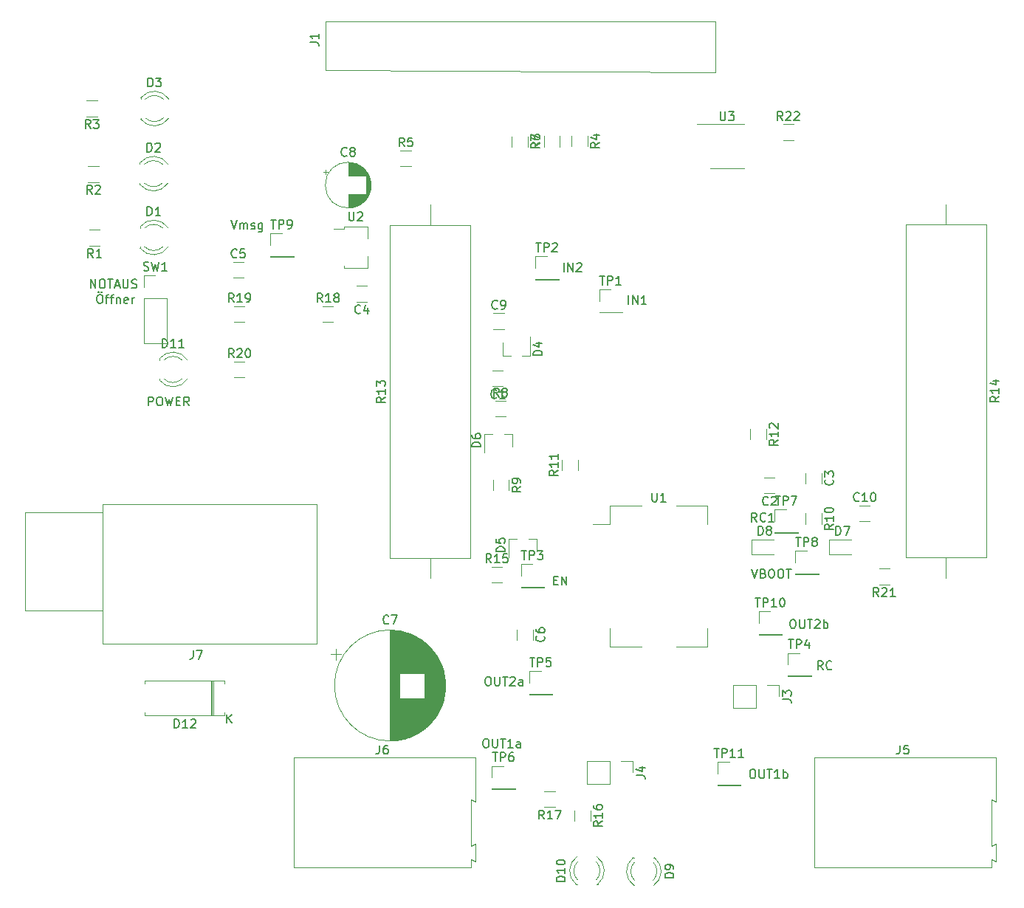
<source format=gbr>
G04 #@! TF.GenerationSoftware,KiCad,Pcbnew,5.1.6-c6e7f7d~87~ubuntu18.04.1*
G04 #@! TF.CreationDate,2020-08-09T11:57:43+02:00*
G04 #@! TF.ProjectId,sboxnet-booster,73626f78-6e65-4742-9d62-6f6f73746572,rev?*
G04 #@! TF.SameCoordinates,Original*
G04 #@! TF.FileFunction,Legend,Top*
G04 #@! TF.FilePolarity,Positive*
%FSLAX46Y46*%
G04 Gerber Fmt 4.6, Leading zero omitted, Abs format (unit mm)*
G04 Created by KiCad (PCBNEW 5.1.6-c6e7f7d~87~ubuntu18.04.1) date 2020-08-09 11:57:43*
%MOMM*%
%LPD*%
G01*
G04 APERTURE LIST*
%ADD10C,0.150000*%
%ADD11C,0.120000*%
G04 APERTURE END LIST*
D10*
X33436157Y-96841060D02*
X33626633Y-96841060D01*
X33721871Y-96888680D01*
X33817109Y-96983918D01*
X33864728Y-97174394D01*
X33864728Y-97507727D01*
X33817109Y-97698203D01*
X33721871Y-97793441D01*
X33626633Y-97841060D01*
X33436157Y-97841060D01*
X33340919Y-97793441D01*
X33245680Y-97698203D01*
X33198061Y-97507727D01*
X33198061Y-97174394D01*
X33245680Y-96983918D01*
X33340919Y-96888680D01*
X33436157Y-96841060D01*
X33340919Y-96507727D02*
X33388538Y-96555346D01*
X33340919Y-96602965D01*
X33293300Y-96555346D01*
X33340919Y-96507727D01*
X33340919Y-96602965D01*
X33721871Y-96507727D02*
X33769490Y-96555346D01*
X33721871Y-96602965D01*
X33674252Y-96555346D01*
X33721871Y-96507727D01*
X33721871Y-96602965D01*
X34150442Y-97174394D02*
X34531395Y-97174394D01*
X34293300Y-97841060D02*
X34293300Y-96983918D01*
X34340919Y-96888680D01*
X34436157Y-96841060D01*
X34531395Y-96841060D01*
X34721871Y-97174394D02*
X35102823Y-97174394D01*
X34864728Y-97841060D02*
X34864728Y-96983918D01*
X34912347Y-96888680D01*
X35007585Y-96841060D01*
X35102823Y-96841060D01*
X35436157Y-97174394D02*
X35436157Y-97841060D01*
X35436157Y-97269632D02*
X35483776Y-97222013D01*
X35579014Y-97174394D01*
X35721871Y-97174394D01*
X35817109Y-97222013D01*
X35864728Y-97317251D01*
X35864728Y-97841060D01*
X36721871Y-97793441D02*
X36626633Y-97841060D01*
X36436157Y-97841060D01*
X36340919Y-97793441D01*
X36293300Y-97698203D01*
X36293300Y-97317251D01*
X36340919Y-97222013D01*
X36436157Y-97174394D01*
X36626633Y-97174394D01*
X36721871Y-97222013D01*
X36769490Y-97317251D01*
X36769490Y-97412489D01*
X36293300Y-97507727D01*
X37198061Y-97841060D02*
X37198061Y-97174394D01*
X37198061Y-97364870D02*
X37245680Y-97269632D01*
X37293300Y-97222013D01*
X37388538Y-97174394D01*
X37483776Y-97174394D01*
X32465972Y-96083380D02*
X32465972Y-95083380D01*
X33037400Y-96083380D01*
X33037400Y-95083380D01*
X33704067Y-95083380D02*
X33894543Y-95083380D01*
X33989781Y-95131000D01*
X34085020Y-95226238D01*
X34132639Y-95416714D01*
X34132639Y-95750047D01*
X34085020Y-95940523D01*
X33989781Y-96035761D01*
X33894543Y-96083380D01*
X33704067Y-96083380D01*
X33608829Y-96035761D01*
X33513591Y-95940523D01*
X33465972Y-95750047D01*
X33465972Y-95416714D01*
X33513591Y-95226238D01*
X33608829Y-95131000D01*
X33704067Y-95083380D01*
X34418353Y-95083380D02*
X34989781Y-95083380D01*
X34704067Y-96083380D02*
X34704067Y-95083380D01*
X35275496Y-95797666D02*
X35751686Y-95797666D01*
X35180258Y-96083380D02*
X35513591Y-95083380D01*
X35846924Y-96083380D01*
X36180258Y-95083380D02*
X36180258Y-95892904D01*
X36227877Y-95988142D01*
X36275496Y-96035761D01*
X36370734Y-96083380D01*
X36561210Y-96083380D01*
X36656448Y-96035761D01*
X36704067Y-95988142D01*
X36751686Y-95892904D01*
X36751686Y-95083380D01*
X37180258Y-96035761D02*
X37323115Y-96083380D01*
X37561210Y-96083380D01*
X37656448Y-96035761D01*
X37704067Y-95988142D01*
X37751686Y-95892904D01*
X37751686Y-95797666D01*
X37704067Y-95702428D01*
X37656448Y-95654809D01*
X37561210Y-95607190D01*
X37370734Y-95559571D01*
X37275496Y-95511952D01*
X37227877Y-95464333D01*
X37180258Y-95369095D01*
X37180258Y-95273857D01*
X37227877Y-95178619D01*
X37275496Y-95131000D01*
X37370734Y-95083380D01*
X37608829Y-95083380D01*
X37751686Y-95131000D01*
X39095016Y-109553000D02*
X39095016Y-108553000D01*
X39475968Y-108553000D01*
X39571206Y-108600620D01*
X39618825Y-108648239D01*
X39666444Y-108743477D01*
X39666444Y-108886334D01*
X39618825Y-108981572D01*
X39571206Y-109029191D01*
X39475968Y-109076810D01*
X39095016Y-109076810D01*
X40285492Y-108553000D02*
X40475968Y-108553000D01*
X40571206Y-108600620D01*
X40666444Y-108695858D01*
X40714063Y-108886334D01*
X40714063Y-109219667D01*
X40666444Y-109410143D01*
X40571206Y-109505381D01*
X40475968Y-109553000D01*
X40285492Y-109553000D01*
X40190254Y-109505381D01*
X40095016Y-109410143D01*
X40047397Y-109219667D01*
X40047397Y-108886334D01*
X40095016Y-108695858D01*
X40190254Y-108600620D01*
X40285492Y-108553000D01*
X41047397Y-108553000D02*
X41285492Y-109553000D01*
X41475968Y-108838715D01*
X41666444Y-109553000D01*
X41904540Y-108553000D01*
X42285492Y-109029191D02*
X42618825Y-109029191D01*
X42761682Y-109553000D02*
X42285492Y-109553000D01*
X42285492Y-108553000D01*
X42761682Y-108553000D01*
X43761682Y-109553000D02*
X43428349Y-109076810D01*
X43190254Y-109553000D02*
X43190254Y-108553000D01*
X43571206Y-108553000D01*
X43666444Y-108600620D01*
X43714063Y-108648239D01*
X43761682Y-108743477D01*
X43761682Y-108886334D01*
X43714063Y-108981572D01*
X43666444Y-109029191D01*
X43571206Y-109076810D01*
X43190254Y-109076810D01*
X108292188Y-151293580D02*
X108482664Y-151293580D01*
X108577902Y-151341200D01*
X108673140Y-151436438D01*
X108720760Y-151626914D01*
X108720760Y-151960247D01*
X108673140Y-152150723D01*
X108577902Y-152245961D01*
X108482664Y-152293580D01*
X108292188Y-152293580D01*
X108196950Y-152245961D01*
X108101712Y-152150723D01*
X108054093Y-151960247D01*
X108054093Y-151626914D01*
X108101712Y-151436438D01*
X108196950Y-151341200D01*
X108292188Y-151293580D01*
X109149331Y-151293580D02*
X109149331Y-152103104D01*
X109196950Y-152198342D01*
X109244569Y-152245961D01*
X109339807Y-152293580D01*
X109530283Y-152293580D01*
X109625521Y-152245961D01*
X109673140Y-152198342D01*
X109720760Y-152103104D01*
X109720760Y-151293580D01*
X110054093Y-151293580D02*
X110625521Y-151293580D01*
X110339807Y-152293580D02*
X110339807Y-151293580D01*
X111482664Y-152293580D02*
X110911236Y-152293580D01*
X111196950Y-152293580D02*
X111196950Y-151293580D01*
X111101712Y-151436438D01*
X111006474Y-151531676D01*
X110911236Y-151579295D01*
X111911236Y-152293580D02*
X111911236Y-151293580D01*
X111911236Y-151674533D02*
X112006474Y-151626914D01*
X112196950Y-151626914D01*
X112292188Y-151674533D01*
X112339807Y-151722152D01*
X112387426Y-151817390D01*
X112387426Y-152103104D01*
X112339807Y-152198342D01*
X112292188Y-152245961D01*
X112196950Y-152293580D01*
X112006474Y-152293580D01*
X111911236Y-152245961D01*
X112914988Y-134102860D02*
X113105464Y-134102860D01*
X113200702Y-134150480D01*
X113295940Y-134245718D01*
X113343560Y-134436194D01*
X113343560Y-134769527D01*
X113295940Y-134960003D01*
X113200702Y-135055241D01*
X113105464Y-135102860D01*
X112914988Y-135102860D01*
X112819750Y-135055241D01*
X112724512Y-134960003D01*
X112676893Y-134769527D01*
X112676893Y-134436194D01*
X112724512Y-134245718D01*
X112819750Y-134150480D01*
X112914988Y-134102860D01*
X113772131Y-134102860D02*
X113772131Y-134912384D01*
X113819750Y-135007622D01*
X113867369Y-135055241D01*
X113962607Y-135102860D01*
X114153083Y-135102860D01*
X114248321Y-135055241D01*
X114295940Y-135007622D01*
X114343560Y-134912384D01*
X114343560Y-134102860D01*
X114676893Y-134102860D02*
X115248321Y-134102860D01*
X114962607Y-135102860D02*
X114962607Y-134102860D01*
X115534036Y-134198099D02*
X115581655Y-134150480D01*
X115676893Y-134102860D01*
X115914988Y-134102860D01*
X116010226Y-134150480D01*
X116057845Y-134198099D01*
X116105464Y-134293337D01*
X116105464Y-134388575D01*
X116057845Y-134531432D01*
X115486417Y-135102860D01*
X116105464Y-135102860D01*
X116534036Y-135102860D02*
X116534036Y-134102860D01*
X116534036Y-134483813D02*
X116629274Y-134436194D01*
X116819750Y-134436194D01*
X116914988Y-134483813D01*
X116962607Y-134531432D01*
X117010226Y-134626670D01*
X117010226Y-134912384D01*
X116962607Y-135007622D01*
X116914988Y-135055241D01*
X116819750Y-135102860D01*
X116629274Y-135102860D01*
X116534036Y-135055241D01*
X48592337Y-88306660D02*
X48925670Y-89306660D01*
X49259003Y-88306660D01*
X49592337Y-89306660D02*
X49592337Y-88639994D01*
X49592337Y-88735232D02*
X49639956Y-88687613D01*
X49735194Y-88639994D01*
X49878051Y-88639994D01*
X49973289Y-88687613D01*
X50020908Y-88782851D01*
X50020908Y-89306660D01*
X50020908Y-88782851D02*
X50068527Y-88687613D01*
X50163765Y-88639994D01*
X50306622Y-88639994D01*
X50401860Y-88687613D01*
X50449480Y-88782851D01*
X50449480Y-89306660D01*
X50878051Y-89259041D02*
X50973289Y-89306660D01*
X51163765Y-89306660D01*
X51259003Y-89259041D01*
X51306622Y-89163803D01*
X51306622Y-89116184D01*
X51259003Y-89020946D01*
X51163765Y-88973327D01*
X51020908Y-88973327D01*
X50925670Y-88925708D01*
X50878051Y-88830470D01*
X50878051Y-88782851D01*
X50925670Y-88687613D01*
X51020908Y-88639994D01*
X51163765Y-88639994D01*
X51259003Y-88687613D01*
X52163765Y-88639994D02*
X52163765Y-89449518D01*
X52116146Y-89544756D01*
X52068527Y-89592375D01*
X51973289Y-89639994D01*
X51830432Y-89639994D01*
X51735194Y-89592375D01*
X52163765Y-89259041D02*
X52068527Y-89306660D01*
X51878051Y-89306660D01*
X51782813Y-89259041D01*
X51735194Y-89211422D01*
X51687575Y-89116184D01*
X51687575Y-88830470D01*
X51735194Y-88735232D01*
X51782813Y-88687613D01*
X51878051Y-88639994D01*
X52068527Y-88639994D01*
X52163765Y-88687613D01*
X108273815Y-128337060D02*
X108607148Y-129337060D01*
X108940481Y-128337060D01*
X109607148Y-128813251D02*
X109750005Y-128860870D01*
X109797624Y-128908489D01*
X109845243Y-129003727D01*
X109845243Y-129146584D01*
X109797624Y-129241822D01*
X109750005Y-129289441D01*
X109654767Y-129337060D01*
X109273815Y-129337060D01*
X109273815Y-128337060D01*
X109607148Y-128337060D01*
X109702386Y-128384680D01*
X109750005Y-128432299D01*
X109797624Y-128527537D01*
X109797624Y-128622775D01*
X109750005Y-128718013D01*
X109702386Y-128765632D01*
X109607148Y-128813251D01*
X109273815Y-128813251D01*
X110464291Y-128337060D02*
X110654767Y-128337060D01*
X110750005Y-128384680D01*
X110845243Y-128479918D01*
X110892862Y-128670394D01*
X110892862Y-129003727D01*
X110845243Y-129194203D01*
X110750005Y-129289441D01*
X110654767Y-129337060D01*
X110464291Y-129337060D01*
X110369053Y-129289441D01*
X110273815Y-129194203D01*
X110226196Y-129003727D01*
X110226196Y-128670394D01*
X110273815Y-128479918D01*
X110369053Y-128384680D01*
X110464291Y-128337060D01*
X111511910Y-128337060D02*
X111702386Y-128337060D01*
X111797624Y-128384680D01*
X111892862Y-128479918D01*
X111940481Y-128670394D01*
X111940481Y-129003727D01*
X111892862Y-129194203D01*
X111797624Y-129289441D01*
X111702386Y-129337060D01*
X111511910Y-129337060D01*
X111416672Y-129289441D01*
X111321434Y-129194203D01*
X111273815Y-129003727D01*
X111273815Y-128670394D01*
X111321434Y-128479918D01*
X111416672Y-128384680D01*
X111511910Y-128337060D01*
X112226196Y-128337060D02*
X112797624Y-128337060D01*
X112511910Y-129337060D02*
X112511910Y-128337060D01*
X108863213Y-122865140D02*
X108529880Y-122388950D01*
X108291784Y-122865140D02*
X108291784Y-121865140D01*
X108672737Y-121865140D01*
X108767975Y-121912760D01*
X108815594Y-121960379D01*
X108863213Y-122055617D01*
X108863213Y-122198474D01*
X108815594Y-122293712D01*
X108767975Y-122341331D01*
X108672737Y-122388950D01*
X108291784Y-122388950D01*
X109863213Y-122769902D02*
X109815594Y-122817521D01*
X109672737Y-122865140D01*
X109577499Y-122865140D01*
X109434641Y-122817521D01*
X109339403Y-122722283D01*
X109291784Y-122627045D01*
X109244165Y-122436569D01*
X109244165Y-122293712D01*
X109291784Y-122103236D01*
X109339403Y-122007998D01*
X109434641Y-121912760D01*
X109577499Y-121865140D01*
X109672737Y-121865140D01*
X109815594Y-121912760D01*
X109863213Y-121960379D01*
X110815594Y-122865140D02*
X110244165Y-122865140D01*
X110529880Y-122865140D02*
X110529880Y-121865140D01*
X110434641Y-122007998D01*
X110339403Y-122103236D01*
X110244165Y-122150855D01*
X77715668Y-147783300D02*
X77906144Y-147783300D01*
X78001382Y-147830920D01*
X78096620Y-147926158D01*
X78144240Y-148116634D01*
X78144240Y-148449967D01*
X78096620Y-148640443D01*
X78001382Y-148735681D01*
X77906144Y-148783300D01*
X77715668Y-148783300D01*
X77620430Y-148735681D01*
X77525192Y-148640443D01*
X77477573Y-148449967D01*
X77477573Y-148116634D01*
X77525192Y-147926158D01*
X77620430Y-147830920D01*
X77715668Y-147783300D01*
X78572811Y-147783300D02*
X78572811Y-148592824D01*
X78620430Y-148688062D01*
X78668049Y-148735681D01*
X78763287Y-148783300D01*
X78953763Y-148783300D01*
X79049001Y-148735681D01*
X79096620Y-148688062D01*
X79144240Y-148592824D01*
X79144240Y-147783300D01*
X79477573Y-147783300D02*
X80049001Y-147783300D01*
X79763287Y-148783300D02*
X79763287Y-147783300D01*
X80906144Y-148783300D02*
X80334716Y-148783300D01*
X80620430Y-148783300D02*
X80620430Y-147783300D01*
X80525192Y-147926158D01*
X80429954Y-148021396D01*
X80334716Y-148069015D01*
X81763287Y-148783300D02*
X81763287Y-148259491D01*
X81715668Y-148164253D01*
X81620430Y-148116634D01*
X81429954Y-148116634D01*
X81334716Y-148164253D01*
X81763287Y-148735681D02*
X81668049Y-148783300D01*
X81429954Y-148783300D01*
X81334716Y-148735681D01*
X81287097Y-148640443D01*
X81287097Y-148545205D01*
X81334716Y-148449967D01*
X81429954Y-148402348D01*
X81668049Y-148402348D01*
X81763287Y-148354729D01*
X77964588Y-140666220D02*
X78155064Y-140666220D01*
X78250302Y-140713840D01*
X78345540Y-140809078D01*
X78393160Y-140999554D01*
X78393160Y-141332887D01*
X78345540Y-141523363D01*
X78250302Y-141618601D01*
X78155064Y-141666220D01*
X77964588Y-141666220D01*
X77869350Y-141618601D01*
X77774112Y-141523363D01*
X77726493Y-141332887D01*
X77726493Y-140999554D01*
X77774112Y-140809078D01*
X77869350Y-140713840D01*
X77964588Y-140666220D01*
X78821731Y-140666220D02*
X78821731Y-141475744D01*
X78869350Y-141570982D01*
X78916969Y-141618601D01*
X79012207Y-141666220D01*
X79202683Y-141666220D01*
X79297921Y-141618601D01*
X79345540Y-141570982D01*
X79393160Y-141475744D01*
X79393160Y-140666220D01*
X79726493Y-140666220D02*
X80297921Y-140666220D01*
X80012207Y-141666220D02*
X80012207Y-140666220D01*
X80583636Y-140761459D02*
X80631255Y-140713840D01*
X80726493Y-140666220D01*
X80964588Y-140666220D01*
X81059826Y-140713840D01*
X81107445Y-140761459D01*
X81155064Y-140856697D01*
X81155064Y-140951935D01*
X81107445Y-141094792D01*
X80536017Y-141666220D01*
X81155064Y-141666220D01*
X82012207Y-141666220D02*
X82012207Y-141142411D01*
X81964588Y-141047173D01*
X81869350Y-140999554D01*
X81678874Y-140999554D01*
X81583636Y-141047173D01*
X82012207Y-141618601D02*
X81916969Y-141666220D01*
X81678874Y-141666220D01*
X81583636Y-141618601D01*
X81536017Y-141523363D01*
X81536017Y-141428125D01*
X81583636Y-141332887D01*
X81678874Y-141285268D01*
X81916969Y-141285268D01*
X82012207Y-141237649D01*
X116446323Y-139847580D02*
X116112990Y-139371390D01*
X115874895Y-139847580D02*
X115874895Y-138847580D01*
X116255847Y-138847580D01*
X116351085Y-138895200D01*
X116398704Y-138942819D01*
X116446323Y-139038057D01*
X116446323Y-139180914D01*
X116398704Y-139276152D01*
X116351085Y-139323771D01*
X116255847Y-139371390D01*
X115874895Y-139371390D01*
X117446323Y-139752342D02*
X117398704Y-139799961D01*
X117255847Y-139847580D01*
X117160609Y-139847580D01*
X117017752Y-139799961D01*
X116922514Y-139704723D01*
X116874895Y-139609485D01*
X116827276Y-139419009D01*
X116827276Y-139276152D01*
X116874895Y-139085676D01*
X116922514Y-138990438D01*
X117017752Y-138895200D01*
X117160609Y-138847580D01*
X117255847Y-138847580D01*
X117398704Y-138895200D01*
X117446323Y-138942819D01*
X85573644Y-129605731D02*
X85906978Y-129605731D01*
X86049835Y-130129540D02*
X85573644Y-130129540D01*
X85573644Y-129129540D01*
X86049835Y-129129540D01*
X86478406Y-130129540D02*
X86478406Y-129129540D01*
X87049835Y-130129540D01*
X87049835Y-129129540D01*
X86726520Y-94178380D02*
X86726520Y-93178380D01*
X87202710Y-94178380D02*
X87202710Y-93178380D01*
X87774139Y-94178380D01*
X87774139Y-93178380D01*
X88202710Y-93273619D02*
X88250329Y-93226000D01*
X88345567Y-93178380D01*
X88583662Y-93178380D01*
X88678900Y-93226000D01*
X88726520Y-93273619D01*
X88774139Y-93368857D01*
X88774139Y-93464095D01*
X88726520Y-93606952D01*
X88155091Y-94178380D01*
X88774139Y-94178380D01*
X94138240Y-97947740D02*
X94138240Y-96947740D01*
X94614430Y-97947740D02*
X94614430Y-96947740D01*
X95185859Y-97947740D01*
X95185859Y-96947740D01*
X96185859Y-97947740D02*
X95614430Y-97947740D01*
X95900144Y-97947740D02*
X95900144Y-96947740D01*
X95804906Y-97090598D01*
X95709668Y-97185836D01*
X95614430Y-97233455D01*
D11*
X59436000Y-71120000D02*
X104140000Y-71374000D01*
X104140000Y-71374000D02*
X104140000Y-65532000D01*
X104140000Y-65532000D02*
X60198000Y-65532000D01*
X60198000Y-65532000D02*
X59436000Y-65532000D01*
X59436000Y-65532000D02*
X59436000Y-71120000D01*
X105445001Y-77235001D02*
X101995001Y-77235001D01*
X105445001Y-77235001D02*
X107395001Y-77235001D01*
X105445001Y-82355001D02*
X103495001Y-82355001D01*
X105445001Y-82355001D02*
X107395001Y-82355001D01*
X111872937Y-79125001D02*
X113077065Y-79125001D01*
X111872937Y-77305001D02*
X113077065Y-77305001D01*
X103222360Y-121078520D02*
X103222360Y-123128520D01*
X103222360Y-137178520D02*
X103222360Y-135128520D01*
X95622360Y-137178520D02*
X92022360Y-137178520D01*
X92022360Y-137178520D02*
X92022360Y-135128520D01*
X103222360Y-121078520D02*
X99622360Y-121078520D01*
X92022360Y-121078520D02*
X92022360Y-123128520D01*
X92022360Y-123128520D02*
X90022360Y-123128520D01*
X95622360Y-121078520D02*
X92022360Y-121078520D01*
X103222360Y-137178520D02*
X99622360Y-137178520D01*
X104369560Y-153095000D02*
X107029560Y-153095000D01*
X104369560Y-153035000D02*
X104369560Y-153095000D01*
X107029560Y-153035000D02*
X107029560Y-153095000D01*
X104369560Y-153035000D02*
X107029560Y-153035000D01*
X104369560Y-151765000D02*
X104369560Y-150435000D01*
X104369560Y-150435000D02*
X105699560Y-150435000D01*
X109083800Y-135838240D02*
X111743800Y-135838240D01*
X109083800Y-135778240D02*
X109083800Y-135838240D01*
X111743800Y-135778240D02*
X111743800Y-135838240D01*
X109083800Y-135778240D02*
X111743800Y-135778240D01*
X109083800Y-134508240D02*
X109083800Y-133178240D01*
X109083800Y-133178240D02*
X110413800Y-133178240D01*
X53076800Y-92465200D02*
X55736800Y-92465200D01*
X53076800Y-92405200D02*
X53076800Y-92465200D01*
X55736800Y-92405200D02*
X55736800Y-92465200D01*
X53076800Y-92405200D02*
X55736800Y-92405200D01*
X53076800Y-91135200D02*
X53076800Y-89805200D01*
X53076800Y-89805200D02*
X54406800Y-89805200D01*
X113274800Y-128888800D02*
X115934800Y-128888800D01*
X113274800Y-128828800D02*
X113274800Y-128888800D01*
X115934800Y-128828800D02*
X115934800Y-128888800D01*
X113274800Y-128828800D02*
X115934800Y-128828800D01*
X113274800Y-127558800D02*
X113274800Y-126228800D01*
X113274800Y-126228800D02*
X114604800Y-126228800D01*
X110917680Y-124139000D02*
X113577680Y-124139000D01*
X110917680Y-124079000D02*
X110917680Y-124139000D01*
X113577680Y-124079000D02*
X113577680Y-124139000D01*
X110917680Y-124079000D02*
X113577680Y-124079000D01*
X110917680Y-122809000D02*
X110917680Y-121479000D01*
X110917680Y-121479000D02*
X112247680Y-121479000D01*
X78502200Y-153552200D02*
X81162200Y-153552200D01*
X78502200Y-153492200D02*
X78502200Y-153552200D01*
X81162200Y-153492200D02*
X81162200Y-153552200D01*
X78502200Y-153492200D02*
X81162200Y-153492200D01*
X78502200Y-152222200D02*
X78502200Y-150892200D01*
X78502200Y-150892200D02*
X79832200Y-150892200D01*
X82769400Y-142681000D02*
X85429400Y-142681000D01*
X82769400Y-142621000D02*
X82769400Y-142681000D01*
X85429400Y-142621000D02*
X85429400Y-142681000D01*
X82769400Y-142621000D02*
X85429400Y-142621000D01*
X82769400Y-141351000D02*
X82769400Y-140021000D01*
X82769400Y-140021000D02*
X84099400Y-140021000D01*
X112436600Y-140598200D02*
X115096600Y-140598200D01*
X112436600Y-140538200D02*
X112436600Y-140598200D01*
X115096600Y-140538200D02*
X115096600Y-140598200D01*
X112436600Y-140538200D02*
X115096600Y-140538200D01*
X112436600Y-139268200D02*
X112436600Y-137938200D01*
X112436600Y-137938200D02*
X113766600Y-137938200D01*
X81819440Y-130422960D02*
X84479440Y-130422960D01*
X81819440Y-130362960D02*
X81819440Y-130422960D01*
X84479440Y-130362960D02*
X84479440Y-130422960D01*
X81819440Y-130362960D02*
X84479440Y-130362960D01*
X81819440Y-129092960D02*
X81819440Y-127762960D01*
X81819440Y-127762960D02*
X83149440Y-127762960D01*
X83480600Y-95106800D02*
X86140600Y-95106800D01*
X83480600Y-95046800D02*
X83480600Y-95106800D01*
X86140600Y-95046800D02*
X86140600Y-95106800D01*
X83480600Y-95046800D02*
X86140600Y-95046800D01*
X83480600Y-93776800D02*
X83480600Y-92446800D01*
X83480600Y-92446800D02*
X84810600Y-92446800D01*
X90795800Y-98891400D02*
X93455800Y-98891400D01*
X90795800Y-98831400D02*
X90795800Y-98891400D01*
X93455800Y-98831400D02*
X93455800Y-98891400D01*
X90795800Y-98831400D02*
X93455800Y-98831400D01*
X90795800Y-97561400D02*
X90795800Y-96231400D01*
X90795800Y-96231400D02*
X92125800Y-96231400D01*
X68003336Y-82113800D02*
X69207464Y-82113800D01*
X68003336Y-80293800D02*
X69207464Y-80293800D01*
X87634400Y-78620536D02*
X87634400Y-79824664D01*
X89454400Y-78620536D02*
X89454400Y-79824664D01*
X33215664Y-74578800D02*
X32011536Y-74578800D01*
X33215664Y-76398800D02*
X32011536Y-76398800D01*
X81347900Y-135224436D02*
X81347900Y-136428564D01*
X83167900Y-135224436D02*
X83167900Y-136428564D01*
X60608018Y-137455800D02*
X60608018Y-138705800D01*
X59983018Y-138080800D02*
X61233018Y-138080800D01*
X73161100Y-141338800D02*
X73161100Y-141972800D01*
X73121100Y-140898800D02*
X73121100Y-142412800D01*
X73081100Y-140627800D02*
X73081100Y-142683800D01*
X73041100Y-140414800D02*
X73041100Y-142896800D01*
X73001100Y-140233800D02*
X73001100Y-143077800D01*
X72961100Y-140072800D02*
X72961100Y-143238800D01*
X72921100Y-139927800D02*
X72921100Y-143383800D01*
X72881100Y-139794800D02*
X72881100Y-143516800D01*
X72841100Y-139671800D02*
X72841100Y-143639800D01*
X72801100Y-139555800D02*
X72801100Y-143755800D01*
X72761100Y-139446800D02*
X72761100Y-143864800D01*
X72721100Y-139343800D02*
X72721100Y-143967800D01*
X72681100Y-139245800D02*
X72681100Y-144065800D01*
X72641100Y-139151800D02*
X72641100Y-144159800D01*
X72601100Y-139061800D02*
X72601100Y-144249800D01*
X72561100Y-138974800D02*
X72561100Y-144336800D01*
X72521100Y-138891800D02*
X72521100Y-144419800D01*
X72481100Y-138811800D02*
X72481100Y-144499800D01*
X72441100Y-138734800D02*
X72441100Y-144576800D01*
X72401100Y-138659800D02*
X72401100Y-144651800D01*
X72361100Y-138586800D02*
X72361100Y-144724800D01*
X72321100Y-138515800D02*
X72321100Y-144795800D01*
X72281100Y-138447800D02*
X72281100Y-144863800D01*
X72241100Y-138380800D02*
X72241100Y-144930800D01*
X72201100Y-138316800D02*
X72201100Y-144994800D01*
X72161100Y-138253800D02*
X72161100Y-145057800D01*
X72121100Y-138191800D02*
X72121100Y-145119800D01*
X72081100Y-138131800D02*
X72081100Y-145179800D01*
X72041100Y-138072800D02*
X72041100Y-145238800D01*
X72001100Y-138015800D02*
X72001100Y-145295800D01*
X71961100Y-137959800D02*
X71961100Y-145351800D01*
X71921100Y-137905800D02*
X71921100Y-145405800D01*
X71881100Y-137851800D02*
X71881100Y-145459800D01*
X71841100Y-137799800D02*
X71841100Y-145511800D01*
X71801100Y-137748800D02*
X71801100Y-145562800D01*
X71761100Y-137698800D02*
X71761100Y-145612800D01*
X71721100Y-137648800D02*
X71721100Y-145662800D01*
X71681100Y-137600800D02*
X71681100Y-145710800D01*
X71641100Y-137553800D02*
X71641100Y-145757800D01*
X71601100Y-137507800D02*
X71601100Y-145803800D01*
X71561100Y-137461800D02*
X71561100Y-145849800D01*
X71521100Y-137417800D02*
X71521100Y-145893800D01*
X71481100Y-137373800D02*
X71481100Y-145937800D01*
X71441100Y-137330800D02*
X71441100Y-145980800D01*
X71401100Y-137288800D02*
X71401100Y-146022800D01*
X71361100Y-137247800D02*
X71361100Y-146063800D01*
X71321100Y-137206800D02*
X71321100Y-146104800D01*
X71281100Y-137166800D02*
X71281100Y-146144800D01*
X71241100Y-137127800D02*
X71241100Y-146183800D01*
X71201100Y-137088800D02*
X71201100Y-146222800D01*
X71161100Y-137050800D02*
X71161100Y-146260800D01*
X71121100Y-137013800D02*
X71121100Y-146297800D01*
X71081100Y-136977800D02*
X71081100Y-146333800D01*
X71041100Y-136941800D02*
X71041100Y-146369800D01*
X71001100Y-136905800D02*
X71001100Y-146405800D01*
X70961100Y-136870800D02*
X70961100Y-146440800D01*
X70921100Y-136836800D02*
X70921100Y-146474800D01*
X70881100Y-136803800D02*
X70881100Y-146507800D01*
X70841100Y-136770800D02*
X70841100Y-146540800D01*
X70801100Y-136737800D02*
X70801100Y-146573800D01*
X70761100Y-136705800D02*
X70761100Y-146605800D01*
X70721100Y-143095800D02*
X70721100Y-146637800D01*
X70721100Y-136673800D02*
X70721100Y-140215800D01*
X70681100Y-143095800D02*
X70681100Y-146667800D01*
X70681100Y-136643800D02*
X70681100Y-140215800D01*
X70641100Y-143095800D02*
X70641100Y-146698800D01*
X70641100Y-136612800D02*
X70641100Y-140215800D01*
X70601100Y-143095800D02*
X70601100Y-146728800D01*
X70601100Y-136582800D02*
X70601100Y-140215800D01*
X70561100Y-143095800D02*
X70561100Y-146757800D01*
X70561100Y-136553800D02*
X70561100Y-140215800D01*
X70521100Y-143095800D02*
X70521100Y-146786800D01*
X70521100Y-136524800D02*
X70521100Y-140215800D01*
X70481100Y-143095800D02*
X70481100Y-146815800D01*
X70481100Y-136495800D02*
X70481100Y-140215800D01*
X70441100Y-143095800D02*
X70441100Y-146843800D01*
X70441100Y-136467800D02*
X70441100Y-140215800D01*
X70401100Y-143095800D02*
X70401100Y-146871800D01*
X70401100Y-136439800D02*
X70401100Y-140215800D01*
X70361100Y-143095800D02*
X70361100Y-146898800D01*
X70361100Y-136412800D02*
X70361100Y-140215800D01*
X70321100Y-143095800D02*
X70321100Y-146925800D01*
X70321100Y-136385800D02*
X70321100Y-140215800D01*
X70281100Y-143095800D02*
X70281100Y-146951800D01*
X70281100Y-136359800D02*
X70281100Y-140215800D01*
X70241100Y-143095800D02*
X70241100Y-146977800D01*
X70241100Y-136333800D02*
X70241100Y-140215800D01*
X70201100Y-143095800D02*
X70201100Y-147002800D01*
X70201100Y-136308800D02*
X70201100Y-140215800D01*
X70161100Y-143095800D02*
X70161100Y-147027800D01*
X70161100Y-136283800D02*
X70161100Y-140215800D01*
X70121100Y-143095800D02*
X70121100Y-147052800D01*
X70121100Y-136258800D02*
X70121100Y-140215800D01*
X70081100Y-143095800D02*
X70081100Y-147076800D01*
X70081100Y-136234800D02*
X70081100Y-140215800D01*
X70041100Y-143095800D02*
X70041100Y-147100800D01*
X70041100Y-136210800D02*
X70041100Y-140215800D01*
X70001100Y-143095800D02*
X70001100Y-147123800D01*
X70001100Y-136187800D02*
X70001100Y-140215800D01*
X69961100Y-143095800D02*
X69961100Y-147146800D01*
X69961100Y-136164800D02*
X69961100Y-140215800D01*
X69921100Y-143095800D02*
X69921100Y-147169800D01*
X69921100Y-136141800D02*
X69921100Y-140215800D01*
X69881100Y-143095800D02*
X69881100Y-147191800D01*
X69881100Y-136119800D02*
X69881100Y-140215800D01*
X69841100Y-143095800D02*
X69841100Y-147213800D01*
X69841100Y-136097800D02*
X69841100Y-140215800D01*
X69801100Y-143095800D02*
X69801100Y-147235800D01*
X69801100Y-136075800D02*
X69801100Y-140215800D01*
X69761100Y-143095800D02*
X69761100Y-147256800D01*
X69761100Y-136054800D02*
X69761100Y-140215800D01*
X69721100Y-143095800D02*
X69721100Y-147277800D01*
X69721100Y-136033800D02*
X69721100Y-140215800D01*
X69681100Y-143095800D02*
X69681100Y-147297800D01*
X69681100Y-136013800D02*
X69681100Y-140215800D01*
X69641100Y-143095800D02*
X69641100Y-147317800D01*
X69641100Y-135993800D02*
X69641100Y-140215800D01*
X69601100Y-143095800D02*
X69601100Y-147337800D01*
X69601100Y-135973800D02*
X69601100Y-140215800D01*
X69561100Y-143095800D02*
X69561100Y-147357800D01*
X69561100Y-135953800D02*
X69561100Y-140215800D01*
X69521100Y-143095800D02*
X69521100Y-147376800D01*
X69521100Y-135934800D02*
X69521100Y-140215800D01*
X69481100Y-143095800D02*
X69481100Y-147394800D01*
X69481100Y-135916800D02*
X69481100Y-140215800D01*
X69441100Y-143095800D02*
X69441100Y-147413800D01*
X69441100Y-135897800D02*
X69441100Y-140215800D01*
X69401100Y-143095800D02*
X69401100Y-147431800D01*
X69401100Y-135879800D02*
X69401100Y-140215800D01*
X69361100Y-143095800D02*
X69361100Y-147448800D01*
X69361100Y-135862800D02*
X69361100Y-140215800D01*
X69321100Y-143095800D02*
X69321100Y-147466800D01*
X69321100Y-135844800D02*
X69321100Y-140215800D01*
X69281100Y-143095800D02*
X69281100Y-147483800D01*
X69281100Y-135827800D02*
X69281100Y-140215800D01*
X69241100Y-143095800D02*
X69241100Y-147500800D01*
X69241100Y-135810800D02*
X69241100Y-140215800D01*
X69201100Y-143095800D02*
X69201100Y-147516800D01*
X69201100Y-135794800D02*
X69201100Y-140215800D01*
X69161100Y-143095800D02*
X69161100Y-147532800D01*
X69161100Y-135778800D02*
X69161100Y-140215800D01*
X69121100Y-143095800D02*
X69121100Y-147548800D01*
X69121100Y-135762800D02*
X69121100Y-140215800D01*
X69081100Y-143095800D02*
X69081100Y-147563800D01*
X69081100Y-135747800D02*
X69081100Y-140215800D01*
X69041100Y-143095800D02*
X69041100Y-147579800D01*
X69041100Y-135731800D02*
X69041100Y-140215800D01*
X69001100Y-143095800D02*
X69001100Y-147594800D01*
X69001100Y-135716800D02*
X69001100Y-140215800D01*
X68961100Y-143095800D02*
X68961100Y-147608800D01*
X68961100Y-135702800D02*
X68961100Y-140215800D01*
X68921100Y-143095800D02*
X68921100Y-147622800D01*
X68921100Y-135688800D02*
X68921100Y-140215800D01*
X68881100Y-143095800D02*
X68881100Y-147636800D01*
X68881100Y-135674800D02*
X68881100Y-140215800D01*
X68841100Y-143095800D02*
X68841100Y-147650800D01*
X68841100Y-135660800D02*
X68841100Y-140215800D01*
X68801100Y-143095800D02*
X68801100Y-147663800D01*
X68801100Y-135647800D02*
X68801100Y-140215800D01*
X68761100Y-143095800D02*
X68761100Y-147676800D01*
X68761100Y-135634800D02*
X68761100Y-140215800D01*
X68721100Y-143095800D02*
X68721100Y-147689800D01*
X68721100Y-135621800D02*
X68721100Y-140215800D01*
X68681100Y-143095800D02*
X68681100Y-147702800D01*
X68681100Y-135608800D02*
X68681100Y-140215800D01*
X68641100Y-143095800D02*
X68641100Y-147714800D01*
X68641100Y-135596800D02*
X68641100Y-140215800D01*
X68601100Y-143095800D02*
X68601100Y-147726800D01*
X68601100Y-135584800D02*
X68601100Y-140215800D01*
X68561100Y-143095800D02*
X68561100Y-147738800D01*
X68561100Y-135572800D02*
X68561100Y-140215800D01*
X68521100Y-143095800D02*
X68521100Y-147749800D01*
X68521100Y-135561800D02*
X68521100Y-140215800D01*
X68481100Y-143095800D02*
X68481100Y-147760800D01*
X68481100Y-135550800D02*
X68481100Y-140215800D01*
X68441100Y-143095800D02*
X68441100Y-147771800D01*
X68441100Y-135539800D02*
X68441100Y-140215800D01*
X68401100Y-143095800D02*
X68401100Y-147781800D01*
X68401100Y-135529800D02*
X68401100Y-140215800D01*
X68361100Y-143095800D02*
X68361100Y-147792800D01*
X68361100Y-135518800D02*
X68361100Y-140215800D01*
X68321100Y-143095800D02*
X68321100Y-147801800D01*
X68321100Y-135509800D02*
X68321100Y-140215800D01*
X68281100Y-143095800D02*
X68281100Y-147811800D01*
X68281100Y-135499800D02*
X68281100Y-140215800D01*
X68241100Y-143095800D02*
X68241100Y-147821800D01*
X68241100Y-135489800D02*
X68241100Y-140215800D01*
X68201100Y-143095800D02*
X68201100Y-147830800D01*
X68201100Y-135480800D02*
X68201100Y-140215800D01*
X68161100Y-143095800D02*
X68161100Y-147839800D01*
X68161100Y-135471800D02*
X68161100Y-140215800D01*
X68121100Y-143095800D02*
X68121100Y-147847800D01*
X68121100Y-135463800D02*
X68121100Y-140215800D01*
X68081100Y-143095800D02*
X68081100Y-147856800D01*
X68081100Y-135454800D02*
X68081100Y-140215800D01*
X68041100Y-143095800D02*
X68041100Y-147864800D01*
X68041100Y-135446800D02*
X68041100Y-140215800D01*
X68001100Y-143095800D02*
X68001100Y-147871800D01*
X68001100Y-135439800D02*
X68001100Y-140215800D01*
X67961100Y-143095800D02*
X67961100Y-147879800D01*
X67961100Y-135431800D02*
X67961100Y-140215800D01*
X67921100Y-143095800D02*
X67921100Y-147886800D01*
X67921100Y-135424800D02*
X67921100Y-140215800D01*
X67881100Y-143095800D02*
X67881100Y-147893800D01*
X67881100Y-135417800D02*
X67881100Y-140215800D01*
X67841100Y-135410800D02*
X67841100Y-147900800D01*
X67801100Y-135403800D02*
X67801100Y-147907800D01*
X67761100Y-135397800D02*
X67761100Y-147913800D01*
X67721100Y-135391800D02*
X67721100Y-147919800D01*
X67681100Y-135386800D02*
X67681100Y-147924800D01*
X67641100Y-135380800D02*
X67641100Y-147930800D01*
X67601100Y-135375800D02*
X67601100Y-147935800D01*
X67561100Y-135370800D02*
X67561100Y-147940800D01*
X67521100Y-135365800D02*
X67521100Y-147945800D01*
X67480100Y-135361800D02*
X67480100Y-147949800D01*
X67440100Y-135357800D02*
X67440100Y-147953800D01*
X67400100Y-135353800D02*
X67400100Y-147957800D01*
X67360100Y-135349800D02*
X67360100Y-147961800D01*
X67320100Y-135346800D02*
X67320100Y-147964800D01*
X67280100Y-135343800D02*
X67280100Y-147967800D01*
X67240100Y-135340800D02*
X67240100Y-147970800D01*
X67200100Y-135337800D02*
X67200100Y-147973800D01*
X67160100Y-135335800D02*
X67160100Y-147975800D01*
X67120100Y-135333800D02*
X67120100Y-147977800D01*
X67080100Y-135331800D02*
X67080100Y-147979800D01*
X67040100Y-135329800D02*
X67040100Y-147981800D01*
X67000100Y-135328800D02*
X67000100Y-147982800D01*
X66960100Y-135327800D02*
X66960100Y-147983800D01*
X66920100Y-135326800D02*
X66920100Y-147984800D01*
X66880100Y-135325800D02*
X66880100Y-147985800D01*
X66840100Y-135325800D02*
X66840100Y-147985800D01*
X66800100Y-135325800D02*
X66800100Y-147985800D01*
X73170100Y-141655800D02*
G75*
G03*
X73170100Y-141655800I-6370000J0D01*
G01*
X89398800Y-150308000D02*
X89398800Y-152968000D01*
X91998800Y-150308000D02*
X89398800Y-150308000D01*
X91998800Y-152968000D02*
X89398800Y-152968000D01*
X91998800Y-150308000D02*
X91998800Y-152968000D01*
X93268800Y-150308000D02*
X94598800Y-150308000D01*
X94598800Y-150308000D02*
X94598800Y-151638000D01*
X64207500Y-92451900D02*
X64207500Y-93761900D01*
X64207500Y-93761900D02*
X61487500Y-93761900D01*
X60347500Y-89271900D02*
X61487500Y-89271900D01*
X64207500Y-89041900D02*
X64207500Y-90351900D01*
X61487500Y-89041900D02*
X64207500Y-89041900D01*
X61487500Y-89041900D02*
X61487500Y-89271900D01*
X61487500Y-93761900D02*
X61487500Y-93531900D01*
X38548000Y-102371200D02*
X41208000Y-102371200D01*
X38548000Y-97231200D02*
X38548000Y-102371200D01*
X41208000Y-97231200D02*
X41208000Y-102371200D01*
X38548000Y-97231200D02*
X41208000Y-97231200D01*
X38548000Y-95961200D02*
X38548000Y-94631200D01*
X38548000Y-94631200D02*
X39878000Y-94631200D01*
X124084164Y-130094400D02*
X122880036Y-130094400D01*
X124084164Y-128274400D02*
X122880036Y-128274400D01*
X48927936Y-104500000D02*
X50132064Y-104500000D01*
X48927936Y-106320000D02*
X50132064Y-106320000D01*
X48927936Y-98150000D02*
X50132064Y-98150000D01*
X48927936Y-99970000D02*
X50132064Y-99970000D01*
X59087936Y-98150000D02*
X60292064Y-98150000D01*
X59087936Y-99970000D02*
X60292064Y-99970000D01*
X85720464Y-155608700D02*
X84516336Y-155608700D01*
X85720464Y-153788700D02*
X84516336Y-153788700D01*
X89771900Y-155976236D02*
X89771900Y-157180364D01*
X87951900Y-155976236D02*
X87951900Y-157180364D01*
X78455436Y-128033100D02*
X79659564Y-128033100D01*
X78455436Y-129853100D02*
X79659564Y-129853100D01*
X135188700Y-88753800D02*
X125948700Y-88753800D01*
X125948700Y-88753800D02*
X125948700Y-126993800D01*
X125948700Y-126993800D02*
X135188700Y-126993800D01*
X135188700Y-126993800D02*
X135188700Y-88753800D01*
X130568700Y-86453800D02*
X130568700Y-88753800D01*
X130568700Y-129293800D02*
X130568700Y-126993800D01*
X66804800Y-127070000D02*
X76044800Y-127070000D01*
X76044800Y-127070000D02*
X76044800Y-88830000D01*
X76044800Y-88830000D02*
X66804800Y-88830000D01*
X66804800Y-88830000D02*
X66804800Y-127070000D01*
X71424800Y-129370000D02*
X71424800Y-127070000D01*
X71424800Y-86530000D02*
X71424800Y-88830000D01*
X109926800Y-112237436D02*
X109926800Y-113441564D01*
X108106800Y-112237436D02*
X108106800Y-113441564D01*
X86516800Y-116959464D02*
X86516800Y-115755336D01*
X88336800Y-116959464D02*
X88336800Y-115755336D01*
X116276800Y-121911836D02*
X116276800Y-123115964D01*
X114456800Y-121911836D02*
X114456800Y-123115964D01*
X80437400Y-118079436D02*
X80437400Y-119283564D01*
X78617400Y-118079436D02*
X78617400Y-119283564D01*
X78849136Y-109008500D02*
X80053264Y-109008500D01*
X78849136Y-110828500D02*
X80053264Y-110828500D01*
X82596400Y-78668336D02*
X82596400Y-79872464D01*
X80776400Y-78668336D02*
X80776400Y-79872464D01*
X84434000Y-79850064D02*
X84434000Y-78645936D01*
X86254000Y-79850064D02*
X86254000Y-78645936D01*
X33393464Y-83917200D02*
X32189336Y-83917200D01*
X33393464Y-82097200D02*
X32189336Y-82097200D01*
X33520464Y-91207000D02*
X32316336Y-91207000D01*
X33520464Y-89387000D02*
X32316336Y-89387000D01*
X58371600Y-120890800D02*
X33831600Y-120890800D01*
X58371600Y-120890800D02*
X58371600Y-136880800D01*
X24931600Y-121820800D02*
X33831600Y-121820800D01*
X24931600Y-121820800D02*
X24931600Y-133060800D01*
X24931600Y-133060800D02*
X33831600Y-133060800D01*
X33831600Y-136880800D02*
X33831600Y-120890800D01*
X58371600Y-136880800D02*
X33831600Y-136880800D01*
X55770000Y-149910000D02*
X76570000Y-149910000D01*
X76570000Y-149910000D02*
X76570000Y-154960000D01*
X76570000Y-154960000D02*
X76070000Y-154710000D01*
X76070000Y-154710000D02*
X76070000Y-160110000D01*
X76070000Y-160110000D02*
X76620000Y-159810000D01*
X76620000Y-159810000D02*
X76620000Y-161860000D01*
X76620000Y-161860000D02*
X76070000Y-161560000D01*
X76070000Y-161560000D02*
X76070000Y-162510000D01*
X76070000Y-162510000D02*
X55770000Y-162510000D01*
X55770000Y-162510000D02*
X55770000Y-149910000D01*
X115460000Y-149910000D02*
X136260000Y-149910000D01*
X136260000Y-149910000D02*
X136260000Y-154960000D01*
X136260000Y-154960000D02*
X135760000Y-154710000D01*
X135760000Y-154710000D02*
X135760000Y-160110000D01*
X135760000Y-160110000D02*
X136310000Y-159810000D01*
X136310000Y-159810000D02*
X136310000Y-161860000D01*
X136310000Y-161860000D02*
X135760000Y-161560000D01*
X135760000Y-161560000D02*
X135760000Y-162510000D01*
X135760000Y-162510000D02*
X115460000Y-162510000D01*
X115460000Y-162510000D02*
X115460000Y-149910000D01*
X106162800Y-141570400D02*
X106162800Y-144230400D01*
X108762800Y-141570400D02*
X106162800Y-141570400D01*
X108762800Y-144230400D02*
X106162800Y-144230400D01*
X108762800Y-141570400D02*
X108762800Y-144230400D01*
X110032800Y-141570400D02*
X111362800Y-141570400D01*
X111362800Y-141570400D02*
X111362800Y-142900400D01*
X47851600Y-144743600D02*
X47851600Y-145073600D01*
X47851600Y-145073600D02*
X38711600Y-145073600D01*
X38711600Y-145073600D02*
X38711600Y-144743600D01*
X47851600Y-141463600D02*
X47851600Y-141133600D01*
X47851600Y-141133600D02*
X38711600Y-141133600D01*
X38711600Y-141133600D02*
X38711600Y-141463600D01*
X46396600Y-145073600D02*
X46396600Y-141133600D01*
X46276600Y-145073600D02*
X46276600Y-141133600D01*
X46516600Y-145073600D02*
X46516600Y-141133600D01*
X40350000Y-104174000D02*
X40350000Y-104330000D01*
X40350000Y-106490000D02*
X40350000Y-106646000D01*
X42951130Y-106489837D02*
G75*
G02*
X40869039Y-106490000I-1041130J1079837D01*
G01*
X42951130Y-104330163D02*
G75*
G03*
X40869039Y-104330000I-1041130J-1079837D01*
G01*
X43582335Y-106488608D02*
G75*
G02*
X40350000Y-106645516I-1672335J1078608D01*
G01*
X43582335Y-104331392D02*
G75*
G03*
X40350000Y-104174484I-1672335J-1078608D01*
G01*
X88146600Y-164475600D02*
X88302600Y-164475600D01*
X90462600Y-164475600D02*
X90618600Y-164475600D01*
X90462437Y-161874470D02*
G75*
G02*
X90462600Y-163956561I-1079837J-1041130D01*
G01*
X88302763Y-161874470D02*
G75*
G03*
X88302600Y-163956561I1079837J-1041130D01*
G01*
X90461208Y-161243265D02*
G75*
G02*
X90618116Y-164475600I-1078608J-1672335D01*
G01*
X88303992Y-161243265D02*
G75*
G03*
X88147084Y-164475600I1078608J-1672335D01*
G01*
X97146400Y-161406400D02*
X96990400Y-161406400D01*
X94830400Y-161406400D02*
X94674400Y-161406400D01*
X94830563Y-164007530D02*
G75*
G02*
X94830400Y-161925439I1079837J1041130D01*
G01*
X96990237Y-164007530D02*
G75*
G03*
X96990400Y-161925439I-1079837J1041130D01*
G01*
X94831792Y-164638735D02*
G75*
G02*
X94674884Y-161406400I1078608J1672335D01*
G01*
X96989008Y-164638735D02*
G75*
G03*
X97145916Y-161406400I-1078608J1672335D01*
G01*
X108266100Y-124943500D02*
X108266100Y-126643500D01*
X108266100Y-126643500D02*
X110816100Y-126643500D01*
X108266100Y-124943500D02*
X110816100Y-124943500D01*
X117181500Y-124943500D02*
X117181500Y-126643500D01*
X117181500Y-126643500D02*
X119731500Y-126643500D01*
X117181500Y-124943500D02*
X119731500Y-124943500D01*
X80815300Y-112803400D02*
X79885300Y-112803400D01*
X77655300Y-112803400D02*
X78585300Y-112803400D01*
X77655300Y-112803400D02*
X77655300Y-114963400D01*
X80815300Y-112803400D02*
X80815300Y-114263400D01*
X83596600Y-124804900D02*
X82666600Y-124804900D01*
X80436600Y-124804900D02*
X81366600Y-124804900D01*
X80436600Y-124804900D02*
X80436600Y-126964900D01*
X83596600Y-124804900D02*
X83596600Y-126264900D01*
X79712700Y-103820500D02*
X80642700Y-103820500D01*
X82872700Y-103820500D02*
X81942700Y-103820500D01*
X82872700Y-103820500D02*
X82872700Y-101660500D01*
X79712700Y-103820500D02*
X79712700Y-102360500D01*
X38216400Y-74252800D02*
X38216400Y-74408800D01*
X38216400Y-76568800D02*
X38216400Y-76724800D01*
X40817530Y-76568637D02*
G75*
G02*
X38735439Y-76568800I-1041130J1079837D01*
G01*
X40817530Y-74408963D02*
G75*
G03*
X38735439Y-74408800I-1041130J-1079837D01*
G01*
X41448735Y-76567408D02*
G75*
G02*
X38216400Y-76724316I-1672335J1078608D01*
G01*
X41448735Y-74410192D02*
G75*
G03*
X38216400Y-74253284I-1672335J-1078608D01*
G01*
X38114800Y-81720400D02*
X38114800Y-81876400D01*
X38114800Y-84036400D02*
X38114800Y-84192400D01*
X40715930Y-84036237D02*
G75*
G02*
X38633839Y-84036400I-1041130J1079837D01*
G01*
X40715930Y-81876563D02*
G75*
G03*
X38633839Y-81876400I-1041130J-1079837D01*
G01*
X41347135Y-84035008D02*
G75*
G02*
X38114800Y-84191916I-1672335J1078608D01*
G01*
X41347135Y-81877792D02*
G75*
G03*
X38114800Y-81720884I-1672335J-1078608D01*
G01*
X38140200Y-89035600D02*
X38140200Y-89191600D01*
X38140200Y-91351600D02*
X38140200Y-91507600D01*
X40741330Y-91351437D02*
G75*
G02*
X38659239Y-91351600I-1041130J1079837D01*
G01*
X40741330Y-89191763D02*
G75*
G03*
X38659239Y-89191600I-1041130J-1079837D01*
G01*
X41372535Y-91350208D02*
G75*
G02*
X38140200Y-91507116I-1672335J1078608D01*
G01*
X41372535Y-89192992D02*
G75*
G03*
X38140200Y-89036084I-1672335J-1078608D01*
G01*
X120632136Y-120997300D02*
X121836264Y-120997300D01*
X120632136Y-122817300D02*
X121836264Y-122817300D01*
X78671336Y-98950100D02*
X79875464Y-98950100D01*
X78671336Y-100770100D02*
X79875464Y-100770100D01*
X64618100Y-84264500D02*
G75*
G03*
X64618100Y-84264500I-2620000J0D01*
G01*
X61998100Y-85304500D02*
X61998100Y-86844500D01*
X61998100Y-81684500D02*
X61998100Y-83224500D01*
X62038100Y-85304500D02*
X62038100Y-86844500D01*
X62038100Y-81684500D02*
X62038100Y-83224500D01*
X62078100Y-81685500D02*
X62078100Y-83224500D01*
X62078100Y-85304500D02*
X62078100Y-86843500D01*
X62118100Y-81686500D02*
X62118100Y-83224500D01*
X62118100Y-85304500D02*
X62118100Y-86842500D01*
X62158100Y-81688500D02*
X62158100Y-83224500D01*
X62158100Y-85304500D02*
X62158100Y-86840500D01*
X62198100Y-81691500D02*
X62198100Y-83224500D01*
X62198100Y-85304500D02*
X62198100Y-86837500D01*
X62238100Y-81695500D02*
X62238100Y-83224500D01*
X62238100Y-85304500D02*
X62238100Y-86833500D01*
X62278100Y-81699500D02*
X62278100Y-83224500D01*
X62278100Y-85304500D02*
X62278100Y-86829500D01*
X62318100Y-81703500D02*
X62318100Y-83224500D01*
X62318100Y-85304500D02*
X62318100Y-86825500D01*
X62358100Y-81708500D02*
X62358100Y-83224500D01*
X62358100Y-85304500D02*
X62358100Y-86820500D01*
X62398100Y-81714500D02*
X62398100Y-83224500D01*
X62398100Y-85304500D02*
X62398100Y-86814500D01*
X62438100Y-81721500D02*
X62438100Y-83224500D01*
X62438100Y-85304500D02*
X62438100Y-86807500D01*
X62478100Y-81728500D02*
X62478100Y-83224500D01*
X62478100Y-85304500D02*
X62478100Y-86800500D01*
X62518100Y-81736500D02*
X62518100Y-83224500D01*
X62518100Y-85304500D02*
X62518100Y-86792500D01*
X62558100Y-81744500D02*
X62558100Y-83224500D01*
X62558100Y-85304500D02*
X62558100Y-86784500D01*
X62598100Y-81753500D02*
X62598100Y-83224500D01*
X62598100Y-85304500D02*
X62598100Y-86775500D01*
X62638100Y-81763500D02*
X62638100Y-83224500D01*
X62638100Y-85304500D02*
X62638100Y-86765500D01*
X62678100Y-81773500D02*
X62678100Y-83224500D01*
X62678100Y-85304500D02*
X62678100Y-86755500D01*
X62719100Y-81784500D02*
X62719100Y-83224500D01*
X62719100Y-85304500D02*
X62719100Y-86744500D01*
X62759100Y-81796500D02*
X62759100Y-83224500D01*
X62759100Y-85304500D02*
X62759100Y-86732500D01*
X62799100Y-81809500D02*
X62799100Y-83224500D01*
X62799100Y-85304500D02*
X62799100Y-86719500D01*
X62839100Y-81822500D02*
X62839100Y-83224500D01*
X62839100Y-85304500D02*
X62839100Y-86706500D01*
X62879100Y-81836500D02*
X62879100Y-83224500D01*
X62879100Y-85304500D02*
X62879100Y-86692500D01*
X62919100Y-81850500D02*
X62919100Y-83224500D01*
X62919100Y-85304500D02*
X62919100Y-86678500D01*
X62959100Y-81866500D02*
X62959100Y-83224500D01*
X62959100Y-85304500D02*
X62959100Y-86662500D01*
X62999100Y-81882500D02*
X62999100Y-83224500D01*
X62999100Y-85304500D02*
X62999100Y-86646500D01*
X63039100Y-81899500D02*
X63039100Y-83224500D01*
X63039100Y-85304500D02*
X63039100Y-86629500D01*
X63079100Y-81916500D02*
X63079100Y-83224500D01*
X63079100Y-85304500D02*
X63079100Y-86612500D01*
X63119100Y-81935500D02*
X63119100Y-83224500D01*
X63119100Y-85304500D02*
X63119100Y-86593500D01*
X63159100Y-81954500D02*
X63159100Y-83224500D01*
X63159100Y-85304500D02*
X63159100Y-86574500D01*
X63199100Y-81974500D02*
X63199100Y-83224500D01*
X63199100Y-85304500D02*
X63199100Y-86554500D01*
X63239100Y-81996500D02*
X63239100Y-83224500D01*
X63239100Y-85304500D02*
X63239100Y-86532500D01*
X63279100Y-82017500D02*
X63279100Y-83224500D01*
X63279100Y-85304500D02*
X63279100Y-86511500D01*
X63319100Y-82040500D02*
X63319100Y-83224500D01*
X63319100Y-85304500D02*
X63319100Y-86488500D01*
X63359100Y-82064500D02*
X63359100Y-83224500D01*
X63359100Y-85304500D02*
X63359100Y-86464500D01*
X63399100Y-82089500D02*
X63399100Y-83224500D01*
X63399100Y-85304500D02*
X63399100Y-86439500D01*
X63439100Y-82115500D02*
X63439100Y-83224500D01*
X63439100Y-85304500D02*
X63439100Y-86413500D01*
X63479100Y-82142500D02*
X63479100Y-83224500D01*
X63479100Y-85304500D02*
X63479100Y-86386500D01*
X63519100Y-82169500D02*
X63519100Y-83224500D01*
X63519100Y-85304500D02*
X63519100Y-86359500D01*
X63559100Y-82199500D02*
X63559100Y-83224500D01*
X63559100Y-85304500D02*
X63559100Y-86329500D01*
X63599100Y-82229500D02*
X63599100Y-83224500D01*
X63599100Y-85304500D02*
X63599100Y-86299500D01*
X63639100Y-82260500D02*
X63639100Y-83224500D01*
X63639100Y-85304500D02*
X63639100Y-86268500D01*
X63679100Y-82293500D02*
X63679100Y-83224500D01*
X63679100Y-85304500D02*
X63679100Y-86235500D01*
X63719100Y-82327500D02*
X63719100Y-83224500D01*
X63719100Y-85304500D02*
X63719100Y-86201500D01*
X63759100Y-82363500D02*
X63759100Y-83224500D01*
X63759100Y-85304500D02*
X63759100Y-86165500D01*
X63799100Y-82400500D02*
X63799100Y-83224500D01*
X63799100Y-85304500D02*
X63799100Y-86128500D01*
X63839100Y-82438500D02*
X63839100Y-83224500D01*
X63839100Y-85304500D02*
X63839100Y-86090500D01*
X63879100Y-82479500D02*
X63879100Y-83224500D01*
X63879100Y-85304500D02*
X63879100Y-86049500D01*
X63919100Y-82521500D02*
X63919100Y-83224500D01*
X63919100Y-85304500D02*
X63919100Y-86007500D01*
X63959100Y-82565500D02*
X63959100Y-83224500D01*
X63959100Y-85304500D02*
X63959100Y-85963500D01*
X63999100Y-82611500D02*
X63999100Y-83224500D01*
X63999100Y-85304500D02*
X63999100Y-85917500D01*
X64039100Y-82659500D02*
X64039100Y-85869500D01*
X64079100Y-82710500D02*
X64079100Y-85818500D01*
X64119100Y-82764500D02*
X64119100Y-85764500D01*
X64159100Y-82821500D02*
X64159100Y-85707500D01*
X64199100Y-82881500D02*
X64199100Y-85647500D01*
X64239100Y-82945500D02*
X64239100Y-85583500D01*
X64279100Y-83013500D02*
X64279100Y-85515500D01*
X64319100Y-83086500D02*
X64319100Y-85442500D01*
X64359100Y-83166500D02*
X64359100Y-85362500D01*
X64399100Y-83253500D02*
X64399100Y-85275500D01*
X64439100Y-83349500D02*
X64439100Y-85179500D01*
X64479100Y-83459500D02*
X64479100Y-85069500D01*
X64519100Y-83587500D02*
X64519100Y-84941500D01*
X64559100Y-83746500D02*
X64559100Y-84782500D01*
X64599100Y-83980500D02*
X64599100Y-84548500D01*
X59193325Y-82789500D02*
X59693325Y-82789500D01*
X59443325Y-82539500D02*
X59443325Y-83039500D01*
X48797936Y-93070000D02*
X50002064Y-93070000D01*
X48797936Y-94890000D02*
X50002064Y-94890000D01*
X64168564Y-97658600D02*
X62964436Y-97658600D01*
X64168564Y-95838600D02*
X62964436Y-95838600D01*
X116289500Y-117276336D02*
X116289500Y-118480464D01*
X114469500Y-117276336D02*
X114469500Y-118480464D01*
X110929964Y-119616900D02*
X109725836Y-119616900D01*
X110929964Y-117796900D02*
X109725836Y-117796900D01*
X79773864Y-107361400D02*
X78569736Y-107361400D01*
X79773864Y-105541400D02*
X78569736Y-105541400D01*
D10*
X57618380Y-67897333D02*
X58332666Y-67897333D01*
X58475523Y-67944952D01*
X58570761Y-68040190D01*
X58618380Y-68183047D01*
X58618380Y-68278285D01*
X58618380Y-66897333D02*
X58618380Y-67468761D01*
X58618380Y-67183047D02*
X57618380Y-67183047D01*
X57761238Y-67278285D01*
X57856476Y-67373523D01*
X57904095Y-67468761D01*
X104683096Y-75847381D02*
X104683096Y-76656905D01*
X104730715Y-76752143D01*
X104778334Y-76799762D01*
X104873572Y-76847381D01*
X105064048Y-76847381D01*
X105159286Y-76799762D01*
X105206905Y-76752143D01*
X105254524Y-76656905D01*
X105254524Y-75847381D01*
X105635477Y-75847381D02*
X106254524Y-75847381D01*
X105921191Y-76228334D01*
X106064048Y-76228334D01*
X106159286Y-76275953D01*
X106206905Y-76323572D01*
X106254524Y-76418810D01*
X106254524Y-76656905D01*
X106206905Y-76752143D01*
X106159286Y-76799762D01*
X106064048Y-76847381D01*
X105778334Y-76847381D01*
X105683096Y-76799762D01*
X105635477Y-76752143D01*
X111832143Y-76847381D02*
X111498810Y-76371191D01*
X111260715Y-76847381D02*
X111260715Y-75847381D01*
X111641667Y-75847381D01*
X111736905Y-75895001D01*
X111784524Y-75942620D01*
X111832143Y-76037858D01*
X111832143Y-76180715D01*
X111784524Y-76275953D01*
X111736905Y-76323572D01*
X111641667Y-76371191D01*
X111260715Y-76371191D01*
X112213096Y-75942620D02*
X112260715Y-75895001D01*
X112355953Y-75847381D01*
X112594048Y-75847381D01*
X112689286Y-75895001D01*
X112736905Y-75942620D01*
X112784524Y-76037858D01*
X112784524Y-76133096D01*
X112736905Y-76275953D01*
X112165477Y-76847381D01*
X112784524Y-76847381D01*
X113165477Y-75942620D02*
X113213096Y-75895001D01*
X113308334Y-75847381D01*
X113546429Y-75847381D01*
X113641667Y-75895001D01*
X113689286Y-75942620D01*
X113736905Y-76037858D01*
X113736905Y-76133096D01*
X113689286Y-76275953D01*
X113117858Y-76847381D01*
X113736905Y-76847381D01*
X96860455Y-119580900D02*
X96860455Y-120390424D01*
X96908074Y-120485662D01*
X96955693Y-120533281D01*
X97050931Y-120580900D01*
X97241407Y-120580900D01*
X97336645Y-120533281D01*
X97384264Y-120485662D01*
X97431883Y-120390424D01*
X97431883Y-119580900D01*
X98431883Y-120580900D02*
X97860455Y-120580900D01*
X98146169Y-120580900D02*
X98146169Y-119580900D01*
X98050931Y-119723758D01*
X97955693Y-119818996D01*
X97860455Y-119866615D01*
X103961464Y-148887380D02*
X104532893Y-148887380D01*
X104247179Y-149887380D02*
X104247179Y-148887380D01*
X104866226Y-149887380D02*
X104866226Y-148887380D01*
X105247179Y-148887380D01*
X105342417Y-148935000D01*
X105390036Y-148982619D01*
X105437655Y-149077857D01*
X105437655Y-149220714D01*
X105390036Y-149315952D01*
X105342417Y-149363571D01*
X105247179Y-149411190D01*
X104866226Y-149411190D01*
X106390036Y-149887380D02*
X105818607Y-149887380D01*
X106104321Y-149887380D02*
X106104321Y-148887380D01*
X106009083Y-149030238D01*
X105913845Y-149125476D01*
X105818607Y-149173095D01*
X107342417Y-149887380D02*
X106770988Y-149887380D01*
X107056702Y-149887380D02*
X107056702Y-148887380D01*
X106961464Y-149030238D01*
X106866226Y-149125476D01*
X106770988Y-149173095D01*
X108675704Y-131630620D02*
X109247133Y-131630620D01*
X108961419Y-132630620D02*
X108961419Y-131630620D01*
X109580466Y-132630620D02*
X109580466Y-131630620D01*
X109961419Y-131630620D01*
X110056657Y-131678240D01*
X110104276Y-131725859D01*
X110151895Y-131821097D01*
X110151895Y-131963954D01*
X110104276Y-132059192D01*
X110056657Y-132106811D01*
X109961419Y-132154430D01*
X109580466Y-132154430D01*
X111104276Y-132630620D02*
X110532847Y-132630620D01*
X110818561Y-132630620D02*
X110818561Y-131630620D01*
X110723323Y-131773478D01*
X110628085Y-131868716D01*
X110532847Y-131916335D01*
X111723323Y-131630620D02*
X111818561Y-131630620D01*
X111913800Y-131678240D01*
X111961419Y-131725859D01*
X112009038Y-131821097D01*
X112056657Y-132011573D01*
X112056657Y-132249668D01*
X112009038Y-132440144D01*
X111961419Y-132535382D01*
X111913800Y-132583001D01*
X111818561Y-132630620D01*
X111723323Y-132630620D01*
X111628085Y-132583001D01*
X111580466Y-132535382D01*
X111532847Y-132440144D01*
X111485228Y-132249668D01*
X111485228Y-132011573D01*
X111532847Y-131821097D01*
X111580466Y-131725859D01*
X111628085Y-131678240D01*
X111723323Y-131630620D01*
X53144895Y-88257580D02*
X53716323Y-88257580D01*
X53430609Y-89257580D02*
X53430609Y-88257580D01*
X54049657Y-89257580D02*
X54049657Y-88257580D01*
X54430609Y-88257580D01*
X54525847Y-88305200D01*
X54573466Y-88352819D01*
X54621085Y-88448057D01*
X54621085Y-88590914D01*
X54573466Y-88686152D01*
X54525847Y-88733771D01*
X54430609Y-88781390D01*
X54049657Y-88781390D01*
X55097276Y-89257580D02*
X55287752Y-89257580D01*
X55382990Y-89209961D01*
X55430609Y-89162342D01*
X55525847Y-89019485D01*
X55573466Y-88829009D01*
X55573466Y-88448057D01*
X55525847Y-88352819D01*
X55478228Y-88305200D01*
X55382990Y-88257580D01*
X55192514Y-88257580D01*
X55097276Y-88305200D01*
X55049657Y-88352819D01*
X55002038Y-88448057D01*
X55002038Y-88686152D01*
X55049657Y-88781390D01*
X55097276Y-88829009D01*
X55192514Y-88876628D01*
X55382990Y-88876628D01*
X55478228Y-88829009D01*
X55525847Y-88781390D01*
X55573466Y-88686152D01*
X113342895Y-124681180D02*
X113914323Y-124681180D01*
X113628609Y-125681180D02*
X113628609Y-124681180D01*
X114247657Y-125681180D02*
X114247657Y-124681180D01*
X114628609Y-124681180D01*
X114723847Y-124728800D01*
X114771466Y-124776419D01*
X114819085Y-124871657D01*
X114819085Y-125014514D01*
X114771466Y-125109752D01*
X114723847Y-125157371D01*
X114628609Y-125204990D01*
X114247657Y-125204990D01*
X115390514Y-125109752D02*
X115295276Y-125062133D01*
X115247657Y-125014514D01*
X115200038Y-124919276D01*
X115200038Y-124871657D01*
X115247657Y-124776419D01*
X115295276Y-124728800D01*
X115390514Y-124681180D01*
X115580990Y-124681180D01*
X115676228Y-124728800D01*
X115723847Y-124776419D01*
X115771466Y-124871657D01*
X115771466Y-124919276D01*
X115723847Y-125014514D01*
X115676228Y-125062133D01*
X115580990Y-125109752D01*
X115390514Y-125109752D01*
X115295276Y-125157371D01*
X115247657Y-125204990D01*
X115200038Y-125300228D01*
X115200038Y-125490704D01*
X115247657Y-125585942D01*
X115295276Y-125633561D01*
X115390514Y-125681180D01*
X115580990Y-125681180D01*
X115676228Y-125633561D01*
X115723847Y-125585942D01*
X115771466Y-125490704D01*
X115771466Y-125300228D01*
X115723847Y-125204990D01*
X115676228Y-125157371D01*
X115580990Y-125109752D01*
X110985775Y-119931380D02*
X111557203Y-119931380D01*
X111271489Y-120931380D02*
X111271489Y-119931380D01*
X111890537Y-120931380D02*
X111890537Y-119931380D01*
X112271489Y-119931380D01*
X112366727Y-119979000D01*
X112414346Y-120026619D01*
X112461965Y-120121857D01*
X112461965Y-120264714D01*
X112414346Y-120359952D01*
X112366727Y-120407571D01*
X112271489Y-120455190D01*
X111890537Y-120455190D01*
X112795299Y-119931380D02*
X113461965Y-119931380D01*
X113033394Y-120931380D01*
X78570295Y-149344580D02*
X79141723Y-149344580D01*
X78856009Y-150344580D02*
X78856009Y-149344580D01*
X79475057Y-150344580D02*
X79475057Y-149344580D01*
X79856009Y-149344580D01*
X79951247Y-149392200D01*
X79998866Y-149439819D01*
X80046485Y-149535057D01*
X80046485Y-149677914D01*
X79998866Y-149773152D01*
X79951247Y-149820771D01*
X79856009Y-149868390D01*
X79475057Y-149868390D01*
X80903628Y-149344580D02*
X80713152Y-149344580D01*
X80617914Y-149392200D01*
X80570295Y-149439819D01*
X80475057Y-149582676D01*
X80427438Y-149773152D01*
X80427438Y-150154104D01*
X80475057Y-150249342D01*
X80522676Y-150296961D01*
X80617914Y-150344580D01*
X80808390Y-150344580D01*
X80903628Y-150296961D01*
X80951247Y-150249342D01*
X80998866Y-150154104D01*
X80998866Y-149916009D01*
X80951247Y-149820771D01*
X80903628Y-149773152D01*
X80808390Y-149725533D01*
X80617914Y-149725533D01*
X80522676Y-149773152D01*
X80475057Y-149820771D01*
X80427438Y-149916009D01*
X82837495Y-138473380D02*
X83408923Y-138473380D01*
X83123209Y-139473380D02*
X83123209Y-138473380D01*
X83742257Y-139473380D02*
X83742257Y-138473380D01*
X84123209Y-138473380D01*
X84218447Y-138521000D01*
X84266066Y-138568619D01*
X84313685Y-138663857D01*
X84313685Y-138806714D01*
X84266066Y-138901952D01*
X84218447Y-138949571D01*
X84123209Y-138997190D01*
X83742257Y-138997190D01*
X85218447Y-138473380D02*
X84742257Y-138473380D01*
X84694638Y-138949571D01*
X84742257Y-138901952D01*
X84837495Y-138854333D01*
X85075590Y-138854333D01*
X85170828Y-138901952D01*
X85218447Y-138949571D01*
X85266066Y-139044809D01*
X85266066Y-139282904D01*
X85218447Y-139378142D01*
X85170828Y-139425761D01*
X85075590Y-139473380D01*
X84837495Y-139473380D01*
X84742257Y-139425761D01*
X84694638Y-139378142D01*
X112504695Y-136390580D02*
X113076123Y-136390580D01*
X112790409Y-137390580D02*
X112790409Y-136390580D01*
X113409457Y-137390580D02*
X113409457Y-136390580D01*
X113790409Y-136390580D01*
X113885647Y-136438200D01*
X113933266Y-136485819D01*
X113980885Y-136581057D01*
X113980885Y-136723914D01*
X113933266Y-136819152D01*
X113885647Y-136866771D01*
X113790409Y-136914390D01*
X113409457Y-136914390D01*
X114838028Y-136723914D02*
X114838028Y-137390580D01*
X114599933Y-136342961D02*
X114361838Y-137057247D01*
X114980885Y-137057247D01*
X81887535Y-126215340D02*
X82458963Y-126215340D01*
X82173249Y-127215340D02*
X82173249Y-126215340D01*
X82792297Y-127215340D02*
X82792297Y-126215340D01*
X83173249Y-126215340D01*
X83268487Y-126262960D01*
X83316106Y-126310579D01*
X83363725Y-126405817D01*
X83363725Y-126548674D01*
X83316106Y-126643912D01*
X83268487Y-126691531D01*
X83173249Y-126739150D01*
X82792297Y-126739150D01*
X83697059Y-126215340D02*
X84316106Y-126215340D01*
X83982773Y-126596293D01*
X84125630Y-126596293D01*
X84220868Y-126643912D01*
X84268487Y-126691531D01*
X84316106Y-126786769D01*
X84316106Y-127024864D01*
X84268487Y-127120102D01*
X84220868Y-127167721D01*
X84125630Y-127215340D01*
X83839916Y-127215340D01*
X83744678Y-127167721D01*
X83697059Y-127120102D01*
X83548695Y-90899180D02*
X84120123Y-90899180D01*
X83834409Y-91899180D02*
X83834409Y-90899180D01*
X84453457Y-91899180D02*
X84453457Y-90899180D01*
X84834409Y-90899180D01*
X84929647Y-90946800D01*
X84977266Y-90994419D01*
X85024885Y-91089657D01*
X85024885Y-91232514D01*
X84977266Y-91327752D01*
X84929647Y-91375371D01*
X84834409Y-91422990D01*
X84453457Y-91422990D01*
X85405838Y-90994419D02*
X85453457Y-90946800D01*
X85548695Y-90899180D01*
X85786790Y-90899180D01*
X85882028Y-90946800D01*
X85929647Y-90994419D01*
X85977266Y-91089657D01*
X85977266Y-91184895D01*
X85929647Y-91327752D01*
X85358219Y-91899180D01*
X85977266Y-91899180D01*
X90863895Y-94683780D02*
X91435323Y-94683780D01*
X91149609Y-95683780D02*
X91149609Y-94683780D01*
X91768657Y-95683780D02*
X91768657Y-94683780D01*
X92149609Y-94683780D01*
X92244847Y-94731400D01*
X92292466Y-94779019D01*
X92340085Y-94874257D01*
X92340085Y-95017114D01*
X92292466Y-95112352D01*
X92244847Y-95159971D01*
X92149609Y-95207590D01*
X91768657Y-95207590D01*
X93292466Y-95683780D02*
X92721038Y-95683780D01*
X93006752Y-95683780D02*
X93006752Y-94683780D01*
X92911514Y-94826638D01*
X92816276Y-94921876D01*
X92721038Y-94969495D01*
X68438733Y-79836180D02*
X68105400Y-79359990D01*
X67867304Y-79836180D02*
X67867304Y-78836180D01*
X68248257Y-78836180D01*
X68343495Y-78883800D01*
X68391114Y-78931419D01*
X68438733Y-79026657D01*
X68438733Y-79169514D01*
X68391114Y-79264752D01*
X68343495Y-79312371D01*
X68248257Y-79359990D01*
X67867304Y-79359990D01*
X69343495Y-78836180D02*
X68867304Y-78836180D01*
X68819685Y-79312371D01*
X68867304Y-79264752D01*
X68962542Y-79217133D01*
X69200638Y-79217133D01*
X69295876Y-79264752D01*
X69343495Y-79312371D01*
X69391114Y-79407609D01*
X69391114Y-79645704D01*
X69343495Y-79740942D01*
X69295876Y-79788561D01*
X69200638Y-79836180D01*
X68962542Y-79836180D01*
X68867304Y-79788561D01*
X68819685Y-79740942D01*
X90816780Y-79389266D02*
X90340590Y-79722600D01*
X90816780Y-79960695D02*
X89816780Y-79960695D01*
X89816780Y-79579742D01*
X89864400Y-79484504D01*
X89912019Y-79436885D01*
X90007257Y-79389266D01*
X90150114Y-79389266D01*
X90245352Y-79436885D01*
X90292971Y-79484504D01*
X90340590Y-79579742D01*
X90340590Y-79960695D01*
X90150114Y-78532123D02*
X90816780Y-78532123D01*
X89769161Y-78770219D02*
X90483447Y-79008314D01*
X90483447Y-78389266D01*
X32446933Y-77761180D02*
X32113600Y-77284990D01*
X31875504Y-77761180D02*
X31875504Y-76761180D01*
X32256457Y-76761180D01*
X32351695Y-76808800D01*
X32399314Y-76856419D01*
X32446933Y-76951657D01*
X32446933Y-77094514D01*
X32399314Y-77189752D01*
X32351695Y-77237371D01*
X32256457Y-77284990D01*
X31875504Y-77284990D01*
X32780266Y-76761180D02*
X33399314Y-76761180D01*
X33065980Y-77142133D01*
X33208838Y-77142133D01*
X33304076Y-77189752D01*
X33351695Y-77237371D01*
X33399314Y-77332609D01*
X33399314Y-77570704D01*
X33351695Y-77665942D01*
X33304076Y-77713561D01*
X33208838Y-77761180D01*
X32923123Y-77761180D01*
X32827885Y-77713561D01*
X32780266Y-77665942D01*
X84435042Y-135993166D02*
X84482661Y-136040785D01*
X84530280Y-136183642D01*
X84530280Y-136278880D01*
X84482661Y-136421738D01*
X84387423Y-136516976D01*
X84292185Y-136564595D01*
X84101709Y-136612214D01*
X83958852Y-136612214D01*
X83768376Y-136564595D01*
X83673138Y-136516976D01*
X83577900Y-136421738D01*
X83530280Y-136278880D01*
X83530280Y-136183642D01*
X83577900Y-136040785D01*
X83625519Y-135993166D01*
X83530280Y-135136023D02*
X83530280Y-135326500D01*
X83577900Y-135421738D01*
X83625519Y-135469357D01*
X83768376Y-135564595D01*
X83958852Y-135612214D01*
X84339804Y-135612214D01*
X84435042Y-135564595D01*
X84482661Y-135516976D01*
X84530280Y-135421738D01*
X84530280Y-135231261D01*
X84482661Y-135136023D01*
X84435042Y-135088404D01*
X84339804Y-135040785D01*
X84101709Y-135040785D01*
X84006471Y-135088404D01*
X83958852Y-135136023D01*
X83911233Y-135231261D01*
X83911233Y-135421738D01*
X83958852Y-135516976D01*
X84006471Y-135564595D01*
X84101709Y-135612214D01*
X66633433Y-134512942D02*
X66585814Y-134560561D01*
X66442957Y-134608180D01*
X66347719Y-134608180D01*
X66204861Y-134560561D01*
X66109623Y-134465323D01*
X66062004Y-134370085D01*
X66014385Y-134179609D01*
X66014385Y-134036752D01*
X66062004Y-133846276D01*
X66109623Y-133751038D01*
X66204861Y-133655800D01*
X66347719Y-133608180D01*
X66442957Y-133608180D01*
X66585814Y-133655800D01*
X66633433Y-133703419D01*
X66966766Y-133608180D02*
X67633433Y-133608180D01*
X67204861Y-134608180D01*
X95051180Y-151971333D02*
X95765466Y-151971333D01*
X95908323Y-152018952D01*
X96003561Y-152114190D01*
X96051180Y-152257047D01*
X96051180Y-152352285D01*
X95384514Y-151066571D02*
X96051180Y-151066571D01*
X95003561Y-151304666D02*
X95717847Y-151542761D01*
X95717847Y-150923714D01*
X62085595Y-87354280D02*
X62085595Y-88163804D01*
X62133214Y-88259042D01*
X62180833Y-88306661D01*
X62276071Y-88354280D01*
X62466547Y-88354280D01*
X62561785Y-88306661D01*
X62609404Y-88259042D01*
X62657023Y-88163804D01*
X62657023Y-87354280D01*
X63085595Y-87449519D02*
X63133214Y-87401900D01*
X63228452Y-87354280D01*
X63466547Y-87354280D01*
X63561785Y-87401900D01*
X63609404Y-87449519D01*
X63657023Y-87544757D01*
X63657023Y-87639995D01*
X63609404Y-87782852D01*
X63037976Y-88354280D01*
X63657023Y-88354280D01*
X38544666Y-94035961D02*
X38687523Y-94083580D01*
X38925619Y-94083580D01*
X39020857Y-94035961D01*
X39068476Y-93988342D01*
X39116095Y-93893104D01*
X39116095Y-93797866D01*
X39068476Y-93702628D01*
X39020857Y-93655009D01*
X38925619Y-93607390D01*
X38735142Y-93559771D01*
X38639904Y-93512152D01*
X38592285Y-93464533D01*
X38544666Y-93369295D01*
X38544666Y-93274057D01*
X38592285Y-93178819D01*
X38639904Y-93131200D01*
X38735142Y-93083580D01*
X38973238Y-93083580D01*
X39116095Y-93131200D01*
X39449428Y-93083580D02*
X39687523Y-94083580D01*
X39878000Y-93369295D01*
X40068476Y-94083580D01*
X40306571Y-93083580D01*
X41211333Y-94083580D02*
X40639904Y-94083580D01*
X40925619Y-94083580D02*
X40925619Y-93083580D01*
X40830380Y-93226438D01*
X40735142Y-93321676D01*
X40639904Y-93369295D01*
X122839242Y-131456780D02*
X122505909Y-130980590D01*
X122267814Y-131456780D02*
X122267814Y-130456780D01*
X122648766Y-130456780D01*
X122744004Y-130504400D01*
X122791623Y-130552019D01*
X122839242Y-130647257D01*
X122839242Y-130790114D01*
X122791623Y-130885352D01*
X122744004Y-130932971D01*
X122648766Y-130980590D01*
X122267814Y-130980590D01*
X123220195Y-130552019D02*
X123267814Y-130504400D01*
X123363052Y-130456780D01*
X123601147Y-130456780D01*
X123696385Y-130504400D01*
X123744004Y-130552019D01*
X123791623Y-130647257D01*
X123791623Y-130742495D01*
X123744004Y-130885352D01*
X123172576Y-131456780D01*
X123791623Y-131456780D01*
X124744004Y-131456780D02*
X124172576Y-131456780D01*
X124458290Y-131456780D02*
X124458290Y-130456780D01*
X124363052Y-130599638D01*
X124267814Y-130694876D01*
X124172576Y-130742495D01*
X48887142Y-104042380D02*
X48553809Y-103566190D01*
X48315714Y-104042380D02*
X48315714Y-103042380D01*
X48696666Y-103042380D01*
X48791904Y-103090000D01*
X48839523Y-103137619D01*
X48887142Y-103232857D01*
X48887142Y-103375714D01*
X48839523Y-103470952D01*
X48791904Y-103518571D01*
X48696666Y-103566190D01*
X48315714Y-103566190D01*
X49268095Y-103137619D02*
X49315714Y-103090000D01*
X49410952Y-103042380D01*
X49649047Y-103042380D01*
X49744285Y-103090000D01*
X49791904Y-103137619D01*
X49839523Y-103232857D01*
X49839523Y-103328095D01*
X49791904Y-103470952D01*
X49220476Y-104042380D01*
X49839523Y-104042380D01*
X50458571Y-103042380D02*
X50553809Y-103042380D01*
X50649047Y-103090000D01*
X50696666Y-103137619D01*
X50744285Y-103232857D01*
X50791904Y-103423333D01*
X50791904Y-103661428D01*
X50744285Y-103851904D01*
X50696666Y-103947142D01*
X50649047Y-103994761D01*
X50553809Y-104042380D01*
X50458571Y-104042380D01*
X50363333Y-103994761D01*
X50315714Y-103947142D01*
X50268095Y-103851904D01*
X50220476Y-103661428D01*
X50220476Y-103423333D01*
X50268095Y-103232857D01*
X50315714Y-103137619D01*
X50363333Y-103090000D01*
X50458571Y-103042380D01*
X48887142Y-97692380D02*
X48553809Y-97216190D01*
X48315714Y-97692380D02*
X48315714Y-96692380D01*
X48696666Y-96692380D01*
X48791904Y-96740000D01*
X48839523Y-96787619D01*
X48887142Y-96882857D01*
X48887142Y-97025714D01*
X48839523Y-97120952D01*
X48791904Y-97168571D01*
X48696666Y-97216190D01*
X48315714Y-97216190D01*
X49839523Y-97692380D02*
X49268095Y-97692380D01*
X49553809Y-97692380D02*
X49553809Y-96692380D01*
X49458571Y-96835238D01*
X49363333Y-96930476D01*
X49268095Y-96978095D01*
X50315714Y-97692380D02*
X50506190Y-97692380D01*
X50601428Y-97644761D01*
X50649047Y-97597142D01*
X50744285Y-97454285D01*
X50791904Y-97263809D01*
X50791904Y-96882857D01*
X50744285Y-96787619D01*
X50696666Y-96740000D01*
X50601428Y-96692380D01*
X50410952Y-96692380D01*
X50315714Y-96740000D01*
X50268095Y-96787619D01*
X50220476Y-96882857D01*
X50220476Y-97120952D01*
X50268095Y-97216190D01*
X50315714Y-97263809D01*
X50410952Y-97311428D01*
X50601428Y-97311428D01*
X50696666Y-97263809D01*
X50744285Y-97216190D01*
X50791904Y-97120952D01*
X59047142Y-97692380D02*
X58713809Y-97216190D01*
X58475714Y-97692380D02*
X58475714Y-96692380D01*
X58856666Y-96692380D01*
X58951904Y-96740000D01*
X58999523Y-96787619D01*
X59047142Y-96882857D01*
X59047142Y-97025714D01*
X58999523Y-97120952D01*
X58951904Y-97168571D01*
X58856666Y-97216190D01*
X58475714Y-97216190D01*
X59999523Y-97692380D02*
X59428095Y-97692380D01*
X59713809Y-97692380D02*
X59713809Y-96692380D01*
X59618571Y-96835238D01*
X59523333Y-96930476D01*
X59428095Y-96978095D01*
X60570952Y-97120952D02*
X60475714Y-97073333D01*
X60428095Y-97025714D01*
X60380476Y-96930476D01*
X60380476Y-96882857D01*
X60428095Y-96787619D01*
X60475714Y-96740000D01*
X60570952Y-96692380D01*
X60761428Y-96692380D01*
X60856666Y-96740000D01*
X60904285Y-96787619D01*
X60951904Y-96882857D01*
X60951904Y-96930476D01*
X60904285Y-97025714D01*
X60856666Y-97073333D01*
X60761428Y-97120952D01*
X60570952Y-97120952D01*
X60475714Y-97168571D01*
X60428095Y-97216190D01*
X60380476Y-97311428D01*
X60380476Y-97501904D01*
X60428095Y-97597142D01*
X60475714Y-97644761D01*
X60570952Y-97692380D01*
X60761428Y-97692380D01*
X60856666Y-97644761D01*
X60904285Y-97597142D01*
X60951904Y-97501904D01*
X60951904Y-97311428D01*
X60904285Y-97216190D01*
X60856666Y-97168571D01*
X60761428Y-97120952D01*
X84475542Y-156971080D02*
X84142209Y-156494890D01*
X83904114Y-156971080D02*
X83904114Y-155971080D01*
X84285066Y-155971080D01*
X84380304Y-156018700D01*
X84427923Y-156066319D01*
X84475542Y-156161557D01*
X84475542Y-156304414D01*
X84427923Y-156399652D01*
X84380304Y-156447271D01*
X84285066Y-156494890D01*
X83904114Y-156494890D01*
X85427923Y-156971080D02*
X84856495Y-156971080D01*
X85142209Y-156971080D02*
X85142209Y-155971080D01*
X85046971Y-156113938D01*
X84951733Y-156209176D01*
X84856495Y-156256795D01*
X85761257Y-155971080D02*
X86427923Y-155971080D01*
X85999352Y-156971080D01*
X91134280Y-157221157D02*
X90658090Y-157554490D01*
X91134280Y-157792585D02*
X90134280Y-157792585D01*
X90134280Y-157411633D01*
X90181900Y-157316395D01*
X90229519Y-157268776D01*
X90324757Y-157221157D01*
X90467614Y-157221157D01*
X90562852Y-157268776D01*
X90610471Y-157316395D01*
X90658090Y-157411633D01*
X90658090Y-157792585D01*
X91134280Y-156268776D02*
X91134280Y-156840204D01*
X91134280Y-156554490D02*
X90134280Y-156554490D01*
X90277138Y-156649728D01*
X90372376Y-156744966D01*
X90419995Y-156840204D01*
X90134280Y-155411633D02*
X90134280Y-155602109D01*
X90181900Y-155697347D01*
X90229519Y-155744966D01*
X90372376Y-155840204D01*
X90562852Y-155887823D01*
X90943804Y-155887823D01*
X91039042Y-155840204D01*
X91086661Y-155792585D01*
X91134280Y-155697347D01*
X91134280Y-155506871D01*
X91086661Y-155411633D01*
X91039042Y-155364014D01*
X90943804Y-155316395D01*
X90705709Y-155316395D01*
X90610471Y-155364014D01*
X90562852Y-155411633D01*
X90515233Y-155506871D01*
X90515233Y-155697347D01*
X90562852Y-155792585D01*
X90610471Y-155840204D01*
X90705709Y-155887823D01*
X78414642Y-127575480D02*
X78081309Y-127099290D01*
X77843214Y-127575480D02*
X77843214Y-126575480D01*
X78224166Y-126575480D01*
X78319404Y-126623100D01*
X78367023Y-126670719D01*
X78414642Y-126765957D01*
X78414642Y-126908814D01*
X78367023Y-127004052D01*
X78319404Y-127051671D01*
X78224166Y-127099290D01*
X77843214Y-127099290D01*
X79367023Y-127575480D02*
X78795595Y-127575480D01*
X79081309Y-127575480D02*
X79081309Y-126575480D01*
X78986071Y-126718338D01*
X78890833Y-126813576D01*
X78795595Y-126861195D01*
X80271785Y-126575480D02*
X79795595Y-126575480D01*
X79747976Y-127051671D01*
X79795595Y-127004052D01*
X79890833Y-126956433D01*
X80128928Y-126956433D01*
X80224166Y-127004052D01*
X80271785Y-127051671D01*
X80319404Y-127146909D01*
X80319404Y-127385004D01*
X80271785Y-127480242D01*
X80224166Y-127527861D01*
X80128928Y-127575480D01*
X79890833Y-127575480D01*
X79795595Y-127527861D01*
X79747976Y-127480242D01*
X136641080Y-108516657D02*
X136164890Y-108849990D01*
X136641080Y-109088085D02*
X135641080Y-109088085D01*
X135641080Y-108707133D01*
X135688700Y-108611895D01*
X135736319Y-108564276D01*
X135831557Y-108516657D01*
X135974414Y-108516657D01*
X136069652Y-108564276D01*
X136117271Y-108611895D01*
X136164890Y-108707133D01*
X136164890Y-109088085D01*
X136641080Y-107564276D02*
X136641080Y-108135704D01*
X136641080Y-107849990D02*
X135641080Y-107849990D01*
X135783938Y-107945228D01*
X135879176Y-108040466D01*
X135926795Y-108135704D01*
X135974414Y-106707133D02*
X136641080Y-106707133D01*
X135593461Y-106945228D02*
X136307747Y-107183323D01*
X136307747Y-106564276D01*
X66257180Y-108592857D02*
X65780990Y-108926190D01*
X66257180Y-109164285D02*
X65257180Y-109164285D01*
X65257180Y-108783333D01*
X65304800Y-108688095D01*
X65352419Y-108640476D01*
X65447657Y-108592857D01*
X65590514Y-108592857D01*
X65685752Y-108640476D01*
X65733371Y-108688095D01*
X65780990Y-108783333D01*
X65780990Y-109164285D01*
X66257180Y-107640476D02*
X66257180Y-108211904D01*
X66257180Y-107926190D02*
X65257180Y-107926190D01*
X65400038Y-108021428D01*
X65495276Y-108116666D01*
X65542895Y-108211904D01*
X65257180Y-107307142D02*
X65257180Y-106688095D01*
X65638133Y-107021428D01*
X65638133Y-106878571D01*
X65685752Y-106783333D01*
X65733371Y-106735714D01*
X65828609Y-106688095D01*
X66066704Y-106688095D01*
X66161942Y-106735714D01*
X66209561Y-106783333D01*
X66257180Y-106878571D01*
X66257180Y-107164285D01*
X66209561Y-107259523D01*
X66161942Y-107307142D01*
X111289180Y-113482357D02*
X110812990Y-113815690D01*
X111289180Y-114053785D02*
X110289180Y-114053785D01*
X110289180Y-113672833D01*
X110336800Y-113577595D01*
X110384419Y-113529976D01*
X110479657Y-113482357D01*
X110622514Y-113482357D01*
X110717752Y-113529976D01*
X110765371Y-113577595D01*
X110812990Y-113672833D01*
X110812990Y-114053785D01*
X111289180Y-112529976D02*
X111289180Y-113101404D01*
X111289180Y-112815690D02*
X110289180Y-112815690D01*
X110432038Y-112910928D01*
X110527276Y-113006166D01*
X110574895Y-113101404D01*
X110384419Y-112149023D02*
X110336800Y-112101404D01*
X110289180Y-112006166D01*
X110289180Y-111768071D01*
X110336800Y-111672833D01*
X110384419Y-111625214D01*
X110479657Y-111577595D01*
X110574895Y-111577595D01*
X110717752Y-111625214D01*
X111289180Y-112196642D01*
X111289180Y-111577595D01*
X86059180Y-117000257D02*
X85582990Y-117333590D01*
X86059180Y-117571685D02*
X85059180Y-117571685D01*
X85059180Y-117190733D01*
X85106800Y-117095495D01*
X85154419Y-117047876D01*
X85249657Y-117000257D01*
X85392514Y-117000257D01*
X85487752Y-117047876D01*
X85535371Y-117095495D01*
X85582990Y-117190733D01*
X85582990Y-117571685D01*
X86059180Y-116047876D02*
X86059180Y-116619304D01*
X86059180Y-116333590D02*
X85059180Y-116333590D01*
X85202038Y-116428828D01*
X85297276Y-116524066D01*
X85344895Y-116619304D01*
X86059180Y-115095495D02*
X86059180Y-115666923D01*
X86059180Y-115381209D02*
X85059180Y-115381209D01*
X85202038Y-115476447D01*
X85297276Y-115571685D01*
X85344895Y-115666923D01*
X117639180Y-123156757D02*
X117162990Y-123490090D01*
X117639180Y-123728185D02*
X116639180Y-123728185D01*
X116639180Y-123347233D01*
X116686800Y-123251995D01*
X116734419Y-123204376D01*
X116829657Y-123156757D01*
X116972514Y-123156757D01*
X117067752Y-123204376D01*
X117115371Y-123251995D01*
X117162990Y-123347233D01*
X117162990Y-123728185D01*
X117639180Y-122204376D02*
X117639180Y-122775804D01*
X117639180Y-122490090D02*
X116639180Y-122490090D01*
X116782038Y-122585328D01*
X116877276Y-122680566D01*
X116924895Y-122775804D01*
X116639180Y-121585328D02*
X116639180Y-121490090D01*
X116686800Y-121394852D01*
X116734419Y-121347233D01*
X116829657Y-121299614D01*
X117020133Y-121251995D01*
X117258228Y-121251995D01*
X117448704Y-121299614D01*
X117543942Y-121347233D01*
X117591561Y-121394852D01*
X117639180Y-121490090D01*
X117639180Y-121585328D01*
X117591561Y-121680566D01*
X117543942Y-121728185D01*
X117448704Y-121775804D01*
X117258228Y-121823423D01*
X117020133Y-121823423D01*
X116829657Y-121775804D01*
X116734419Y-121728185D01*
X116686800Y-121680566D01*
X116639180Y-121585328D01*
X81799780Y-118848166D02*
X81323590Y-119181500D01*
X81799780Y-119419595D02*
X80799780Y-119419595D01*
X80799780Y-119038642D01*
X80847400Y-118943404D01*
X80895019Y-118895785D01*
X80990257Y-118848166D01*
X81133114Y-118848166D01*
X81228352Y-118895785D01*
X81275971Y-118943404D01*
X81323590Y-119038642D01*
X81323590Y-119419595D01*
X81799780Y-118371976D02*
X81799780Y-118181500D01*
X81752161Y-118086261D01*
X81704542Y-118038642D01*
X81561685Y-117943404D01*
X81371209Y-117895785D01*
X80990257Y-117895785D01*
X80895019Y-117943404D01*
X80847400Y-117991023D01*
X80799780Y-118086261D01*
X80799780Y-118276738D01*
X80847400Y-118371976D01*
X80895019Y-118419595D01*
X80990257Y-118467214D01*
X81228352Y-118467214D01*
X81323590Y-118419595D01*
X81371209Y-118371976D01*
X81418828Y-118276738D01*
X81418828Y-118086261D01*
X81371209Y-117991023D01*
X81323590Y-117943404D01*
X81228352Y-117895785D01*
X79284533Y-108550880D02*
X78951200Y-108074690D01*
X78713104Y-108550880D02*
X78713104Y-107550880D01*
X79094057Y-107550880D01*
X79189295Y-107598500D01*
X79236914Y-107646119D01*
X79284533Y-107741357D01*
X79284533Y-107884214D01*
X79236914Y-107979452D01*
X79189295Y-108027071D01*
X79094057Y-108074690D01*
X78713104Y-108074690D01*
X79855961Y-107979452D02*
X79760723Y-107931833D01*
X79713104Y-107884214D01*
X79665485Y-107788976D01*
X79665485Y-107741357D01*
X79713104Y-107646119D01*
X79760723Y-107598500D01*
X79855961Y-107550880D01*
X80046438Y-107550880D01*
X80141676Y-107598500D01*
X80189295Y-107646119D01*
X80236914Y-107741357D01*
X80236914Y-107788976D01*
X80189295Y-107884214D01*
X80141676Y-107931833D01*
X80046438Y-107979452D01*
X79855961Y-107979452D01*
X79760723Y-108027071D01*
X79713104Y-108074690D01*
X79665485Y-108169928D01*
X79665485Y-108360404D01*
X79713104Y-108455642D01*
X79760723Y-108503261D01*
X79855961Y-108550880D01*
X80046438Y-108550880D01*
X80141676Y-108503261D01*
X80189295Y-108455642D01*
X80236914Y-108360404D01*
X80236914Y-108169928D01*
X80189295Y-108074690D01*
X80141676Y-108027071D01*
X80046438Y-107979452D01*
X83958780Y-79437066D02*
X83482590Y-79770400D01*
X83958780Y-80008495D02*
X82958780Y-80008495D01*
X82958780Y-79627542D01*
X83006400Y-79532304D01*
X83054019Y-79484685D01*
X83149257Y-79437066D01*
X83292114Y-79437066D01*
X83387352Y-79484685D01*
X83434971Y-79532304D01*
X83482590Y-79627542D01*
X83482590Y-80008495D01*
X82958780Y-79103733D02*
X82958780Y-78437066D01*
X83958780Y-78865638D01*
X83976380Y-79414666D02*
X83500190Y-79748000D01*
X83976380Y-79986095D02*
X82976380Y-79986095D01*
X82976380Y-79605142D01*
X83024000Y-79509904D01*
X83071619Y-79462285D01*
X83166857Y-79414666D01*
X83309714Y-79414666D01*
X83404952Y-79462285D01*
X83452571Y-79509904D01*
X83500190Y-79605142D01*
X83500190Y-79986095D01*
X82976380Y-78557523D02*
X82976380Y-78748000D01*
X83024000Y-78843238D01*
X83071619Y-78890857D01*
X83214476Y-78986095D01*
X83404952Y-79033714D01*
X83785904Y-79033714D01*
X83881142Y-78986095D01*
X83928761Y-78938476D01*
X83976380Y-78843238D01*
X83976380Y-78652761D01*
X83928761Y-78557523D01*
X83881142Y-78509904D01*
X83785904Y-78462285D01*
X83547809Y-78462285D01*
X83452571Y-78509904D01*
X83404952Y-78557523D01*
X83357333Y-78652761D01*
X83357333Y-78843238D01*
X83404952Y-78938476D01*
X83452571Y-78986095D01*
X83547809Y-79033714D01*
X32624733Y-85279580D02*
X32291400Y-84803390D01*
X32053304Y-85279580D02*
X32053304Y-84279580D01*
X32434257Y-84279580D01*
X32529495Y-84327200D01*
X32577114Y-84374819D01*
X32624733Y-84470057D01*
X32624733Y-84612914D01*
X32577114Y-84708152D01*
X32529495Y-84755771D01*
X32434257Y-84803390D01*
X32053304Y-84803390D01*
X33005685Y-84374819D02*
X33053304Y-84327200D01*
X33148542Y-84279580D01*
X33386638Y-84279580D01*
X33481876Y-84327200D01*
X33529495Y-84374819D01*
X33577114Y-84470057D01*
X33577114Y-84565295D01*
X33529495Y-84708152D01*
X32958066Y-85279580D01*
X33577114Y-85279580D01*
X32751733Y-92569380D02*
X32418400Y-92093190D01*
X32180304Y-92569380D02*
X32180304Y-91569380D01*
X32561257Y-91569380D01*
X32656495Y-91617000D01*
X32704114Y-91664619D01*
X32751733Y-91759857D01*
X32751733Y-91902714D01*
X32704114Y-91997952D01*
X32656495Y-92045571D01*
X32561257Y-92093190D01*
X32180304Y-92093190D01*
X33704114Y-92569380D02*
X33132685Y-92569380D01*
X33418400Y-92569380D02*
X33418400Y-91569380D01*
X33323161Y-91712238D01*
X33227923Y-91807476D01*
X33132685Y-91855095D01*
X44218266Y-137623180D02*
X44218266Y-138337466D01*
X44170647Y-138480323D01*
X44075409Y-138575561D01*
X43932552Y-138623180D01*
X43837314Y-138623180D01*
X44599219Y-137623180D02*
X45265885Y-137623180D01*
X44837314Y-138623180D01*
X65586666Y-148512380D02*
X65586666Y-149226666D01*
X65539047Y-149369523D01*
X65443809Y-149464761D01*
X65300952Y-149512380D01*
X65205714Y-149512380D01*
X66491428Y-148512380D02*
X66300952Y-148512380D01*
X66205714Y-148560000D01*
X66158095Y-148607619D01*
X66062857Y-148750476D01*
X66015238Y-148940952D01*
X66015238Y-149321904D01*
X66062857Y-149417142D01*
X66110476Y-149464761D01*
X66205714Y-149512380D01*
X66396190Y-149512380D01*
X66491428Y-149464761D01*
X66539047Y-149417142D01*
X66586666Y-149321904D01*
X66586666Y-149083809D01*
X66539047Y-148988571D01*
X66491428Y-148940952D01*
X66396190Y-148893333D01*
X66205714Y-148893333D01*
X66110476Y-148940952D01*
X66062857Y-148988571D01*
X66015238Y-149083809D01*
X125276666Y-148512380D02*
X125276666Y-149226666D01*
X125229047Y-149369523D01*
X125133809Y-149464761D01*
X124990952Y-149512380D01*
X124895714Y-149512380D01*
X126229047Y-148512380D02*
X125752857Y-148512380D01*
X125705238Y-148988571D01*
X125752857Y-148940952D01*
X125848095Y-148893333D01*
X126086190Y-148893333D01*
X126181428Y-148940952D01*
X126229047Y-148988571D01*
X126276666Y-149083809D01*
X126276666Y-149321904D01*
X126229047Y-149417142D01*
X126181428Y-149464761D01*
X126086190Y-149512380D01*
X125848095Y-149512380D01*
X125752857Y-149464761D01*
X125705238Y-149417142D01*
X111815180Y-143233733D02*
X112529466Y-143233733D01*
X112672323Y-143281352D01*
X112767561Y-143376590D01*
X112815180Y-143519447D01*
X112815180Y-143614685D01*
X111815180Y-142852780D02*
X111815180Y-142233733D01*
X112196133Y-142567066D01*
X112196133Y-142424209D01*
X112243752Y-142328971D01*
X112291371Y-142281352D01*
X112386609Y-142233733D01*
X112624704Y-142233733D01*
X112719942Y-142281352D01*
X112767561Y-142328971D01*
X112815180Y-142424209D01*
X112815180Y-142709923D01*
X112767561Y-142805161D01*
X112719942Y-142852780D01*
X42067314Y-146525980D02*
X42067314Y-145525980D01*
X42305409Y-145525980D01*
X42448266Y-145573600D01*
X42543504Y-145668838D01*
X42591123Y-145764076D01*
X42638742Y-145954552D01*
X42638742Y-146097409D01*
X42591123Y-146287885D01*
X42543504Y-146383123D01*
X42448266Y-146478361D01*
X42305409Y-146525980D01*
X42067314Y-146525980D01*
X43591123Y-146525980D02*
X43019695Y-146525980D01*
X43305409Y-146525980D02*
X43305409Y-145525980D01*
X43210171Y-145668838D01*
X43114933Y-145764076D01*
X43019695Y-145811695D01*
X43972076Y-145621219D02*
X44019695Y-145573600D01*
X44114933Y-145525980D01*
X44353028Y-145525980D01*
X44448266Y-145573600D01*
X44495885Y-145621219D01*
X44543504Y-145716457D01*
X44543504Y-145811695D01*
X44495885Y-145954552D01*
X43924457Y-146525980D01*
X44543504Y-146525980D01*
X48099695Y-145955980D02*
X48099695Y-144955980D01*
X48671123Y-145955980D02*
X48242552Y-145384552D01*
X48671123Y-144955980D02*
X48099695Y-145527409D01*
X40695714Y-102902380D02*
X40695714Y-101902380D01*
X40933809Y-101902380D01*
X41076666Y-101950000D01*
X41171904Y-102045238D01*
X41219523Y-102140476D01*
X41267142Y-102330952D01*
X41267142Y-102473809D01*
X41219523Y-102664285D01*
X41171904Y-102759523D01*
X41076666Y-102854761D01*
X40933809Y-102902380D01*
X40695714Y-102902380D01*
X42219523Y-102902380D02*
X41648095Y-102902380D01*
X41933809Y-102902380D02*
X41933809Y-101902380D01*
X41838571Y-102045238D01*
X41743333Y-102140476D01*
X41648095Y-102188095D01*
X43171904Y-102902380D02*
X42600476Y-102902380D01*
X42886190Y-102902380D02*
X42886190Y-101902380D01*
X42790952Y-102045238D01*
X42695714Y-102140476D01*
X42600476Y-102188095D01*
X86874980Y-164129885D02*
X85874980Y-164129885D01*
X85874980Y-163891790D01*
X85922600Y-163748933D01*
X86017838Y-163653695D01*
X86113076Y-163606076D01*
X86303552Y-163558457D01*
X86446409Y-163558457D01*
X86636885Y-163606076D01*
X86732123Y-163653695D01*
X86827361Y-163748933D01*
X86874980Y-163891790D01*
X86874980Y-164129885D01*
X86874980Y-162606076D02*
X86874980Y-163177504D01*
X86874980Y-162891790D02*
X85874980Y-162891790D01*
X86017838Y-162987028D01*
X86113076Y-163082266D01*
X86160695Y-163177504D01*
X85874980Y-161987028D02*
X85874980Y-161891790D01*
X85922600Y-161796552D01*
X85970219Y-161748933D01*
X86065457Y-161701314D01*
X86255933Y-161653695D01*
X86494028Y-161653695D01*
X86684504Y-161701314D01*
X86779742Y-161748933D01*
X86827361Y-161796552D01*
X86874980Y-161891790D01*
X86874980Y-161987028D01*
X86827361Y-162082266D01*
X86779742Y-162129885D01*
X86684504Y-162177504D01*
X86494028Y-162225123D01*
X86255933Y-162225123D01*
X86065457Y-162177504D01*
X85970219Y-162129885D01*
X85922600Y-162082266D01*
X85874980Y-161987028D01*
X99322780Y-163704495D02*
X98322780Y-163704495D01*
X98322780Y-163466400D01*
X98370400Y-163323542D01*
X98465638Y-163228304D01*
X98560876Y-163180685D01*
X98751352Y-163133066D01*
X98894209Y-163133066D01*
X99084685Y-163180685D01*
X99179923Y-163228304D01*
X99275161Y-163323542D01*
X99322780Y-163466400D01*
X99322780Y-163704495D01*
X99322780Y-162656876D02*
X99322780Y-162466400D01*
X99275161Y-162371161D01*
X99227542Y-162323542D01*
X99084685Y-162228304D01*
X98894209Y-162180685D01*
X98513257Y-162180685D01*
X98418019Y-162228304D01*
X98370400Y-162275923D01*
X98322780Y-162371161D01*
X98322780Y-162561638D01*
X98370400Y-162656876D01*
X98418019Y-162704495D01*
X98513257Y-162752114D01*
X98751352Y-162752114D01*
X98846590Y-162704495D01*
X98894209Y-162656876D01*
X98941828Y-162561638D01*
X98941828Y-162371161D01*
X98894209Y-162275923D01*
X98846590Y-162228304D01*
X98751352Y-162180685D01*
X109028004Y-124395880D02*
X109028004Y-123395880D01*
X109266100Y-123395880D01*
X109408957Y-123443500D01*
X109504195Y-123538738D01*
X109551814Y-123633976D01*
X109599433Y-123824452D01*
X109599433Y-123967309D01*
X109551814Y-124157785D01*
X109504195Y-124253023D01*
X109408957Y-124348261D01*
X109266100Y-124395880D01*
X109028004Y-124395880D01*
X110170861Y-123824452D02*
X110075623Y-123776833D01*
X110028004Y-123729214D01*
X109980385Y-123633976D01*
X109980385Y-123586357D01*
X110028004Y-123491119D01*
X110075623Y-123443500D01*
X110170861Y-123395880D01*
X110361338Y-123395880D01*
X110456576Y-123443500D01*
X110504195Y-123491119D01*
X110551814Y-123586357D01*
X110551814Y-123633976D01*
X110504195Y-123729214D01*
X110456576Y-123776833D01*
X110361338Y-123824452D01*
X110170861Y-123824452D01*
X110075623Y-123872071D01*
X110028004Y-123919690D01*
X109980385Y-124014928D01*
X109980385Y-124205404D01*
X110028004Y-124300642D01*
X110075623Y-124348261D01*
X110170861Y-124395880D01*
X110361338Y-124395880D01*
X110456576Y-124348261D01*
X110504195Y-124300642D01*
X110551814Y-124205404D01*
X110551814Y-124014928D01*
X110504195Y-123919690D01*
X110456576Y-123872071D01*
X110361338Y-123824452D01*
X117943404Y-124395880D02*
X117943404Y-123395880D01*
X118181500Y-123395880D01*
X118324357Y-123443500D01*
X118419595Y-123538738D01*
X118467214Y-123633976D01*
X118514833Y-123824452D01*
X118514833Y-123967309D01*
X118467214Y-124157785D01*
X118419595Y-124253023D01*
X118324357Y-124348261D01*
X118181500Y-124395880D01*
X117943404Y-124395880D01*
X118848166Y-123395880D02*
X119514833Y-123395880D01*
X119086261Y-124395880D01*
X77187680Y-114301495D02*
X76187680Y-114301495D01*
X76187680Y-114063400D01*
X76235300Y-113920542D01*
X76330538Y-113825304D01*
X76425776Y-113777685D01*
X76616252Y-113730066D01*
X76759109Y-113730066D01*
X76949585Y-113777685D01*
X77044823Y-113825304D01*
X77140061Y-113920542D01*
X77187680Y-114063400D01*
X77187680Y-114301495D01*
X76187680Y-112872923D02*
X76187680Y-113063400D01*
X76235300Y-113158638D01*
X76282919Y-113206257D01*
X76425776Y-113301495D01*
X76616252Y-113349114D01*
X76997204Y-113349114D01*
X77092442Y-113301495D01*
X77140061Y-113253876D01*
X77187680Y-113158638D01*
X77187680Y-112968161D01*
X77140061Y-112872923D01*
X77092442Y-112825304D01*
X76997204Y-112777685D01*
X76759109Y-112777685D01*
X76663871Y-112825304D01*
X76616252Y-112872923D01*
X76568633Y-112968161D01*
X76568633Y-113158638D01*
X76616252Y-113253876D01*
X76663871Y-113301495D01*
X76759109Y-113349114D01*
X79968980Y-126302995D02*
X78968980Y-126302995D01*
X78968980Y-126064900D01*
X79016600Y-125922042D01*
X79111838Y-125826804D01*
X79207076Y-125779185D01*
X79397552Y-125731566D01*
X79540409Y-125731566D01*
X79730885Y-125779185D01*
X79826123Y-125826804D01*
X79921361Y-125922042D01*
X79968980Y-126064900D01*
X79968980Y-126302995D01*
X78968980Y-124826804D02*
X78968980Y-125302995D01*
X79445171Y-125350614D01*
X79397552Y-125302995D01*
X79349933Y-125207757D01*
X79349933Y-124969661D01*
X79397552Y-124874423D01*
X79445171Y-124826804D01*
X79540409Y-124779185D01*
X79778504Y-124779185D01*
X79873742Y-124826804D01*
X79921361Y-124874423D01*
X79968980Y-124969661D01*
X79968980Y-125207757D01*
X79921361Y-125302995D01*
X79873742Y-125350614D01*
X84245080Y-103798595D02*
X83245080Y-103798595D01*
X83245080Y-103560500D01*
X83292700Y-103417642D01*
X83387938Y-103322404D01*
X83483176Y-103274785D01*
X83673652Y-103227166D01*
X83816509Y-103227166D01*
X84006985Y-103274785D01*
X84102223Y-103322404D01*
X84197461Y-103417642D01*
X84245080Y-103560500D01*
X84245080Y-103798595D01*
X83578414Y-102370023D02*
X84245080Y-102370023D01*
X83197461Y-102608119D02*
X83911747Y-102846214D01*
X83911747Y-102227166D01*
X39038304Y-72981180D02*
X39038304Y-71981180D01*
X39276400Y-71981180D01*
X39419257Y-72028800D01*
X39514495Y-72124038D01*
X39562114Y-72219276D01*
X39609733Y-72409752D01*
X39609733Y-72552609D01*
X39562114Y-72743085D01*
X39514495Y-72838323D01*
X39419257Y-72933561D01*
X39276400Y-72981180D01*
X39038304Y-72981180D01*
X39943066Y-71981180D02*
X40562114Y-71981180D01*
X40228780Y-72362133D01*
X40371638Y-72362133D01*
X40466876Y-72409752D01*
X40514495Y-72457371D01*
X40562114Y-72552609D01*
X40562114Y-72790704D01*
X40514495Y-72885942D01*
X40466876Y-72933561D01*
X40371638Y-72981180D01*
X40085923Y-72981180D01*
X39990685Y-72933561D01*
X39943066Y-72885942D01*
X38936704Y-80448780D02*
X38936704Y-79448780D01*
X39174800Y-79448780D01*
X39317657Y-79496400D01*
X39412895Y-79591638D01*
X39460514Y-79686876D01*
X39508133Y-79877352D01*
X39508133Y-80020209D01*
X39460514Y-80210685D01*
X39412895Y-80305923D01*
X39317657Y-80401161D01*
X39174800Y-80448780D01*
X38936704Y-80448780D01*
X39889085Y-79544019D02*
X39936704Y-79496400D01*
X40031942Y-79448780D01*
X40270038Y-79448780D01*
X40365276Y-79496400D01*
X40412895Y-79544019D01*
X40460514Y-79639257D01*
X40460514Y-79734495D01*
X40412895Y-79877352D01*
X39841466Y-80448780D01*
X40460514Y-80448780D01*
X38962104Y-87763980D02*
X38962104Y-86763980D01*
X39200200Y-86763980D01*
X39343057Y-86811600D01*
X39438295Y-86906838D01*
X39485914Y-87002076D01*
X39533533Y-87192552D01*
X39533533Y-87335409D01*
X39485914Y-87525885D01*
X39438295Y-87621123D01*
X39343057Y-87716361D01*
X39200200Y-87763980D01*
X38962104Y-87763980D01*
X40485914Y-87763980D02*
X39914485Y-87763980D01*
X40200200Y-87763980D02*
X40200200Y-86763980D01*
X40104961Y-86906838D01*
X40009723Y-87002076D01*
X39914485Y-87049695D01*
X120591342Y-120444442D02*
X120543723Y-120492061D01*
X120400866Y-120539680D01*
X120305628Y-120539680D01*
X120162771Y-120492061D01*
X120067533Y-120396823D01*
X120019914Y-120301585D01*
X119972295Y-120111109D01*
X119972295Y-119968252D01*
X120019914Y-119777776D01*
X120067533Y-119682538D01*
X120162771Y-119587300D01*
X120305628Y-119539680D01*
X120400866Y-119539680D01*
X120543723Y-119587300D01*
X120591342Y-119634919D01*
X121543723Y-120539680D02*
X120972295Y-120539680D01*
X121258009Y-120539680D02*
X121258009Y-119539680D01*
X121162771Y-119682538D01*
X121067533Y-119777776D01*
X120972295Y-119825395D01*
X122162771Y-119539680D02*
X122258009Y-119539680D01*
X122353247Y-119587300D01*
X122400866Y-119634919D01*
X122448485Y-119730157D01*
X122496104Y-119920633D01*
X122496104Y-120158728D01*
X122448485Y-120349204D01*
X122400866Y-120444442D01*
X122353247Y-120492061D01*
X122258009Y-120539680D01*
X122162771Y-120539680D01*
X122067533Y-120492061D01*
X122019914Y-120444442D01*
X121972295Y-120349204D01*
X121924676Y-120158728D01*
X121924676Y-119920633D01*
X121972295Y-119730157D01*
X122019914Y-119634919D01*
X122067533Y-119587300D01*
X122162771Y-119539680D01*
X79106733Y-98397242D02*
X79059114Y-98444861D01*
X78916257Y-98492480D01*
X78821019Y-98492480D01*
X78678161Y-98444861D01*
X78582923Y-98349623D01*
X78535304Y-98254385D01*
X78487685Y-98063909D01*
X78487685Y-97921052D01*
X78535304Y-97730576D01*
X78582923Y-97635338D01*
X78678161Y-97540100D01*
X78821019Y-97492480D01*
X78916257Y-97492480D01*
X79059114Y-97540100D01*
X79106733Y-97587719D01*
X79582923Y-98492480D02*
X79773400Y-98492480D01*
X79868638Y-98444861D01*
X79916257Y-98397242D01*
X80011495Y-98254385D01*
X80059114Y-98063909D01*
X80059114Y-97682957D01*
X80011495Y-97587719D01*
X79963876Y-97540100D01*
X79868638Y-97492480D01*
X79678161Y-97492480D01*
X79582923Y-97540100D01*
X79535304Y-97587719D01*
X79487685Y-97682957D01*
X79487685Y-97921052D01*
X79535304Y-98016290D01*
X79582923Y-98063909D01*
X79678161Y-98111528D01*
X79868638Y-98111528D01*
X79963876Y-98063909D01*
X80011495Y-98016290D01*
X80059114Y-97921052D01*
X61831433Y-80871642D02*
X61783814Y-80919261D01*
X61640957Y-80966880D01*
X61545719Y-80966880D01*
X61402861Y-80919261D01*
X61307623Y-80824023D01*
X61260004Y-80728785D01*
X61212385Y-80538309D01*
X61212385Y-80395452D01*
X61260004Y-80204976D01*
X61307623Y-80109738D01*
X61402861Y-80014500D01*
X61545719Y-79966880D01*
X61640957Y-79966880D01*
X61783814Y-80014500D01*
X61831433Y-80062119D01*
X62402861Y-80395452D02*
X62307623Y-80347833D01*
X62260004Y-80300214D01*
X62212385Y-80204976D01*
X62212385Y-80157357D01*
X62260004Y-80062119D01*
X62307623Y-80014500D01*
X62402861Y-79966880D01*
X62593338Y-79966880D01*
X62688576Y-80014500D01*
X62736195Y-80062119D01*
X62783814Y-80157357D01*
X62783814Y-80204976D01*
X62736195Y-80300214D01*
X62688576Y-80347833D01*
X62593338Y-80395452D01*
X62402861Y-80395452D01*
X62307623Y-80443071D01*
X62260004Y-80490690D01*
X62212385Y-80585928D01*
X62212385Y-80776404D01*
X62260004Y-80871642D01*
X62307623Y-80919261D01*
X62402861Y-80966880D01*
X62593338Y-80966880D01*
X62688576Y-80919261D01*
X62736195Y-80871642D01*
X62783814Y-80776404D01*
X62783814Y-80585928D01*
X62736195Y-80490690D01*
X62688576Y-80443071D01*
X62593338Y-80395452D01*
X49233333Y-92517142D02*
X49185714Y-92564761D01*
X49042857Y-92612380D01*
X48947619Y-92612380D01*
X48804761Y-92564761D01*
X48709523Y-92469523D01*
X48661904Y-92374285D01*
X48614285Y-92183809D01*
X48614285Y-92040952D01*
X48661904Y-91850476D01*
X48709523Y-91755238D01*
X48804761Y-91660000D01*
X48947619Y-91612380D01*
X49042857Y-91612380D01*
X49185714Y-91660000D01*
X49233333Y-91707619D01*
X50138095Y-91612380D02*
X49661904Y-91612380D01*
X49614285Y-92088571D01*
X49661904Y-92040952D01*
X49757142Y-91993333D01*
X49995238Y-91993333D01*
X50090476Y-92040952D01*
X50138095Y-92088571D01*
X50185714Y-92183809D01*
X50185714Y-92421904D01*
X50138095Y-92517142D01*
X50090476Y-92564761D01*
X49995238Y-92612380D01*
X49757142Y-92612380D01*
X49661904Y-92564761D01*
X49614285Y-92517142D01*
X63399833Y-98925742D02*
X63352214Y-98973361D01*
X63209357Y-99020980D01*
X63114119Y-99020980D01*
X62971261Y-98973361D01*
X62876023Y-98878123D01*
X62828404Y-98782885D01*
X62780785Y-98592409D01*
X62780785Y-98449552D01*
X62828404Y-98259076D01*
X62876023Y-98163838D01*
X62971261Y-98068600D01*
X63114119Y-98020980D01*
X63209357Y-98020980D01*
X63352214Y-98068600D01*
X63399833Y-98116219D01*
X64256976Y-98354314D02*
X64256976Y-99020980D01*
X64018880Y-97973361D02*
X63780785Y-98687647D01*
X64399833Y-98687647D01*
X117556642Y-118045066D02*
X117604261Y-118092685D01*
X117651880Y-118235542D01*
X117651880Y-118330780D01*
X117604261Y-118473638D01*
X117509023Y-118568876D01*
X117413785Y-118616495D01*
X117223309Y-118664114D01*
X117080452Y-118664114D01*
X116889976Y-118616495D01*
X116794738Y-118568876D01*
X116699500Y-118473638D01*
X116651880Y-118330780D01*
X116651880Y-118235542D01*
X116699500Y-118092685D01*
X116747119Y-118045066D01*
X116651880Y-117711733D02*
X116651880Y-117092685D01*
X117032833Y-117426019D01*
X117032833Y-117283161D01*
X117080452Y-117187923D01*
X117128071Y-117140304D01*
X117223309Y-117092685D01*
X117461404Y-117092685D01*
X117556642Y-117140304D01*
X117604261Y-117187923D01*
X117651880Y-117283161D01*
X117651880Y-117568876D01*
X117604261Y-117664114D01*
X117556642Y-117711733D01*
X110161233Y-120884042D02*
X110113614Y-120931661D01*
X109970757Y-120979280D01*
X109875519Y-120979280D01*
X109732661Y-120931661D01*
X109637423Y-120836423D01*
X109589804Y-120741185D01*
X109542185Y-120550709D01*
X109542185Y-120407852D01*
X109589804Y-120217376D01*
X109637423Y-120122138D01*
X109732661Y-120026900D01*
X109875519Y-119979280D01*
X109970757Y-119979280D01*
X110113614Y-120026900D01*
X110161233Y-120074519D01*
X110542185Y-120074519D02*
X110589804Y-120026900D01*
X110685042Y-119979280D01*
X110923138Y-119979280D01*
X111018376Y-120026900D01*
X111065995Y-120074519D01*
X111113614Y-120169757D01*
X111113614Y-120264995D01*
X111065995Y-120407852D01*
X110494566Y-120979280D01*
X111113614Y-120979280D01*
X79005133Y-108628542D02*
X78957514Y-108676161D01*
X78814657Y-108723780D01*
X78719419Y-108723780D01*
X78576561Y-108676161D01*
X78481323Y-108580923D01*
X78433704Y-108485685D01*
X78386085Y-108295209D01*
X78386085Y-108152352D01*
X78433704Y-107961876D01*
X78481323Y-107866638D01*
X78576561Y-107771400D01*
X78719419Y-107723780D01*
X78814657Y-107723780D01*
X78957514Y-107771400D01*
X79005133Y-107819019D01*
X79957514Y-108723780D02*
X79386085Y-108723780D01*
X79671800Y-108723780D02*
X79671800Y-107723780D01*
X79576561Y-107866638D01*
X79481323Y-107961876D01*
X79386085Y-108009495D01*
M02*

</source>
